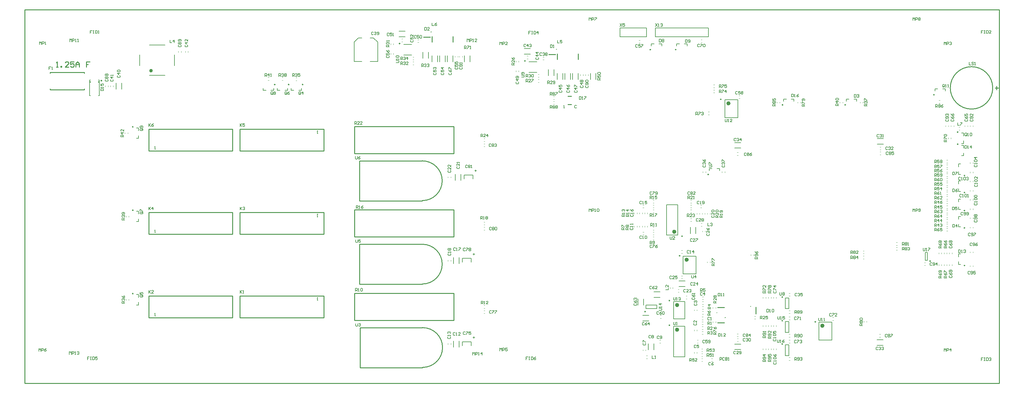
<source format=gto>
G04 Layer_Color=65535*
%FSLAX43Y43*%
%MOMM*%
G71*
G01*
G75*
%ADD34C,0.500*%
%ADD35C,0.250*%
%ADD38C,0.150*%
%ADD39C,0.200*%
%ADD41C,0.300*%
%ADD43C,0.254*%
%ADD80C,0.600*%
%ADD81C,0.100*%
D34*
X36500Y89950D02*
G03*
X36500Y89950I-250J0D01*
G01*
D35*
X260225Y35150D02*
G03*
X260225Y35150I-125J0D01*
G01*
X227250Y17675D02*
G03*
X227250Y17675I-125J0D01*
G01*
X217750Y11300D02*
G03*
X217750Y11300I-125J0D01*
G01*
X261325Y83025D02*
G03*
X261325Y83025I-125J0D01*
G01*
X208550Y22100D02*
G03*
X208550Y22100I-50J0D01*
G01*
X200075Y81725D02*
G03*
X200075Y81725I-125J0D01*
G01*
X185300Y16685D02*
G03*
X185300Y16685I-125J0D01*
G01*
X185300Y23780D02*
G03*
X185300Y23780I-125J0D01*
G01*
X143800Y92775D02*
G03*
X143800Y92775I-125J0D01*
G01*
X268150Y68800D02*
G03*
X268150Y68800I-125J0D01*
G01*
X178325Y20625D02*
G03*
X178325Y20625I-125J0D01*
G01*
X201250Y18900D02*
G03*
X201250Y18900I-50J0D01*
G01*
X198850Y20300D02*
G03*
X198850Y20300I-50J0D01*
G01*
X107800Y97775D02*
G03*
X107800Y97775I-125J0D01*
G01*
X217750Y24800D02*
G03*
X217750Y24800I-125J0D01*
G01*
X196455Y60095D02*
G03*
X196455Y60095I-125J0D01*
G01*
X188250Y36675D02*
G03*
X188250Y36675I-125J0D01*
G01*
X188950Y42315D02*
G03*
X188950Y42315I-125J0D01*
G01*
X31150Y73800D02*
G03*
X31150Y73800I-125J0D01*
G01*
X71925Y85975D02*
G03*
X71925Y85975I-125J0D01*
G01*
X31150Y49800D02*
G03*
X31150Y49800I-125J0D01*
G01*
X75925Y85975D02*
G03*
X75925Y85975I-125J0D01*
G01*
X31150Y25800D02*
G03*
X31150Y25800I-125J0D01*
G01*
X79925Y85975D02*
G03*
X79925Y85975I-125J0D01*
G01*
X187125Y96025D02*
G03*
X187125Y96025I-125J0D01*
G01*
X179825D02*
G03*
X179825Y96025I-125J0D01*
G01*
X270100Y59800D02*
G03*
X270100Y59800I-125J0D01*
G01*
Y54900D02*
G03*
X270100Y54900I-125J0D01*
G01*
Y49700D02*
G03*
X270100Y49700I-125J0D01*
G01*
Y44700D02*
G03*
X270100Y44700I-125J0D01*
G01*
X235825Y80125D02*
G03*
X235825Y80125I-125J0D01*
G01*
X116750Y101100D02*
G03*
X116750Y101100I-50J0D01*
G01*
X152750Y96100D02*
G03*
X152750Y96100I-50J0D01*
G01*
X270100Y33900D02*
G03*
X270100Y33900I-125J0D01*
G01*
X268150Y72300D02*
G03*
X268150Y72300I-125J0D01*
G01*
X217825Y80125D02*
G03*
X217825Y80125I-125J0D01*
G01*
X217750Y18000D02*
G03*
X217750Y18000I-125J0D01*
G01*
X210000Y19925D02*
Y21875D01*
X279250Y84500D02*
Y85500D01*
X278750Y85000D02*
X279750D01*
X156000Y80200D02*
X157000D01*
X156000Y82600D02*
X157000D01*
X199025Y17400D02*
X200975D01*
X199025Y21800D02*
X200975D01*
X114525Y99600D02*
X116475D01*
X150525Y94600D02*
X152475D01*
D38*
X41700Y98800D02*
Y98000D01*
X42233D01*
X42900D02*
Y98800D01*
X42500Y98400D01*
X43033D01*
X258100Y38900D02*
Y38233D01*
X258233Y38100D01*
X258500D01*
X258633Y38233D01*
Y38900D01*
X258900Y38100D02*
X259166D01*
X259033D01*
Y38900D01*
X258900Y38766D01*
X259566Y38900D02*
X260099D01*
Y38766D01*
X259566Y38233D01*
Y38100D01*
X228100Y18800D02*
Y18133D01*
X228233Y18000D01*
X228500D01*
X228633Y18133D01*
Y18800D01*
X228900Y18000D02*
X229166D01*
X229033D01*
Y18800D01*
X228900Y18666D01*
X229566Y18000D02*
X229833D01*
X229699D01*
Y18800D01*
X229566Y18666D01*
X153021Y98709D02*
Y97910D01*
X153554D01*
X154354Y98709D02*
X153821D01*
Y98309D01*
X154087Y98443D01*
X154221D01*
X154354Y98309D01*
Y98043D01*
X154221Y97910D01*
X153954D01*
X153821Y98043D01*
X216200Y12500D02*
Y11833D01*
X216333Y11700D01*
X216600D01*
X216733Y11833D01*
Y12500D01*
X217000Y11700D02*
X217266D01*
X217133D01*
Y12500D01*
X217000Y12366D01*
X218199Y12500D02*
X217933Y12366D01*
X217666Y12100D01*
Y11833D01*
X217799Y11700D01*
X218066D01*
X218199Y11833D01*
Y11967D01*
X218066Y12100D01*
X217666D01*
X264233Y85333D02*
Y85866D01*
X264100Y86000D01*
X263833D01*
X263700Y85866D01*
Y85333D01*
X263833Y85200D01*
X264100D01*
X263967Y85467D02*
X264233Y85200D01*
X264100D02*
X264233Y85333D01*
X264500Y85200D02*
X264766D01*
X264633D01*
Y86000D01*
X264500Y85866D01*
X265166Y85200D02*
X265433D01*
X265299D01*
Y86000D01*
X265166Y85866D01*
X213200Y21300D02*
Y20500D01*
X213600D01*
X213733Y20633D01*
Y21166D01*
X213600Y21300D01*
X213200D01*
X214000Y20500D02*
X214266D01*
X214133D01*
Y21300D01*
X214000Y21166D01*
X214666D02*
X214799Y21300D01*
X215066D01*
X215199Y21166D01*
Y20633D01*
X215066Y20500D01*
X214799D01*
X214666Y20633D01*
Y21166D01*
X21800Y84200D02*
X22600D01*
Y84600D01*
X22467Y84733D01*
X21934D01*
X21800Y84600D01*
Y84200D01*
X22600Y85000D02*
Y85266D01*
Y85133D01*
X21800D01*
X21934Y85000D01*
X21800Y86199D02*
Y85666D01*
X22200D01*
X22067Y85933D01*
Y86066D01*
X22200Y86199D01*
X22467D01*
X22600Y86066D01*
Y85799D01*
X22467Y85666D01*
X214400Y6200D02*
X213600D01*
Y6600D01*
X213734Y6733D01*
X214000D01*
X214133Y6600D01*
Y6200D01*
Y6467D02*
X214400Y6733D01*
X214267Y7000D02*
X214400Y7133D01*
Y7400D01*
X214267Y7533D01*
X213734D01*
X213600Y7400D01*
Y7133D01*
X213734Y7000D01*
X213867D01*
X214000Y7133D01*
Y7533D01*
X213600Y8333D02*
Y7799D01*
X214000D01*
X213867Y8066D01*
Y8199D01*
X214000Y8333D01*
X214267D01*
X214400Y8199D01*
Y7933D01*
X214267Y7799D01*
X201200Y76000D02*
Y75333D01*
X201333Y75200D01*
X201600D01*
X201733Y75333D01*
Y76000D01*
X202000Y75200D02*
X202266D01*
X202133D01*
Y76000D01*
X202000Y75866D01*
X203199Y75200D02*
X202666D01*
X203199Y75733D01*
Y75866D01*
X203066Y76000D01*
X202799D01*
X202666Y75866D01*
X7479Y91073D02*
X6946D01*
Y90673D01*
X7213D01*
X6946D01*
Y90274D01*
X7746D02*
X8013D01*
X7879D01*
Y91073D01*
X7746Y90940D01*
X95000Y26500D02*
Y27300D01*
X95400D01*
X95533Y27166D01*
Y26900D01*
X95400Y26767D01*
X95000D01*
X95267D02*
X95533Y26500D01*
X95800D02*
X96066D01*
X95933D01*
Y27300D01*
X95800Y27166D01*
X96466D02*
X96599Y27300D01*
X96866D01*
X96999Y27166D01*
Y26633D01*
X96866Y26500D01*
X96599D01*
X96466Y26633D01*
Y27166D01*
X268000Y75000D02*
Y74200D01*
X268533D01*
X268800Y75000D02*
X269333D01*
Y74866D01*
X268800Y74333D01*
Y74200D01*
X100133Y100966D02*
X100000Y101100D01*
X99733D01*
X99600Y100966D01*
Y100433D01*
X99733Y100300D01*
X100000D01*
X100133Y100433D01*
X100400Y100966D02*
X100533Y101100D01*
X100800D01*
X100933Y100966D01*
Y100833D01*
X100800Y100700D01*
X100666D01*
X100800D01*
X100933Y100567D01*
Y100433D01*
X100800Y100300D01*
X100533D01*
X100400Y100433D01*
X101199D02*
X101333Y100300D01*
X101599D01*
X101733Y100433D01*
Y100966D01*
X101599Y101100D01*
X101333D01*
X101199Y100966D01*
Y100833D01*
X101333Y100700D01*
X101733D01*
X171000Y103500D02*
X171533Y102700D01*
Y103500D02*
X171000Y102700D01*
X172333Y103500D02*
X171800D01*
Y103100D01*
X172066Y103233D01*
X172200D01*
X172333Y103100D01*
Y102833D01*
X172200Y102700D01*
X171933D01*
X171800Y102833D01*
X19333Y101500D02*
X18800D01*
Y101100D01*
X19067D01*
X18800D01*
Y100700D01*
X19600Y101500D02*
X19866D01*
X19733D01*
Y100700D01*
X19600D01*
X19866D01*
X20266Y101500D02*
Y100700D01*
X20666D01*
X20799Y100833D01*
Y101366D01*
X20666Y101500D01*
X20266D01*
X21066Y100700D02*
X21333D01*
X21199D01*
Y101500D01*
X21066Y101366D01*
X186400Y17600D02*
Y16933D01*
X186533Y16800D01*
X186800D01*
X186933Y16933D01*
Y17600D01*
X187200Y16800D02*
X187466D01*
X187333D01*
Y17600D01*
X187200Y17466D01*
X186400Y24700D02*
Y24033D01*
X186533Y23900D01*
X186800D01*
X186933Y24033D01*
Y24700D01*
X187200Y23900D02*
X187466D01*
X187333D01*
Y24700D01*
X187200Y24566D01*
X187866D02*
X187999Y24700D01*
X188266D01*
X188399Y24566D01*
Y24433D01*
X188266Y24300D01*
X188133D01*
X188266D01*
X188399Y24167D01*
Y24033D01*
X188266Y23900D01*
X187999D01*
X187866Y24033D01*
X127133Y62666D02*
X127000Y62800D01*
X126733D01*
X126600Y62666D01*
Y62133D01*
X126733Y62000D01*
X127000D01*
X127133Y62133D01*
X127400Y62666D02*
X127533Y62800D01*
X127800D01*
X127933Y62666D01*
Y62533D01*
X127800Y62400D01*
X127933Y62267D01*
Y62133D01*
X127800Y62000D01*
X127533D01*
X127400Y62133D01*
Y62267D01*
X127533Y62400D01*
X127400Y62533D01*
Y62666D01*
X127533Y62400D02*
X127800D01*
X128199Y62000D02*
X128466D01*
X128333D01*
Y62800D01*
X128199Y62666D01*
X179833Y13666D02*
X179700Y13800D01*
X179433D01*
X179300Y13666D01*
Y13133D01*
X179433Y13000D01*
X179700D01*
X179833Y13133D01*
X180100Y13666D02*
X180233Y13800D01*
X180500D01*
X180633Y13666D01*
Y13533D01*
X180500Y13400D01*
X180633Y13267D01*
Y13133D01*
X180500Y13000D01*
X180233D01*
X180100Y13133D01*
Y13267D01*
X180233Y13400D01*
X180100Y13533D01*
Y13666D01*
X180233Y13400D02*
X180500D01*
X215234Y6033D02*
X215100Y5900D01*
Y5633D01*
X215234Y5500D01*
X215767D01*
X215900Y5633D01*
Y5900D01*
X215767Y6033D01*
X215900Y6300D02*
Y6566D01*
Y6433D01*
X215100D01*
X215234Y6300D01*
Y6966D02*
X215100Y7099D01*
Y7366D01*
X215234Y7499D01*
X215767D01*
X215900Y7366D01*
Y7099D01*
X215767Y6966D01*
X215234D01*
X215100Y8299D02*
X215234Y8033D01*
X215500Y7766D01*
X215767D01*
X215900Y7899D01*
Y8166D01*
X215767Y8299D01*
X215633D01*
X215500Y8166D01*
Y7766D01*
X271300Y92400D02*
Y91600D01*
X271833D01*
X272633Y92266D02*
X272500Y92400D01*
X272233D01*
X272100Y92266D01*
Y92133D01*
X272233Y92000D01*
X272500D01*
X272633Y91867D01*
Y91733D01*
X272500Y91600D01*
X272233D01*
X272100Y91733D01*
X272899Y91600D02*
X273166D01*
X273033D01*
Y92400D01*
X272899Y92266D01*
X159300Y82500D02*
Y81700D01*
X159700D01*
X159833Y81833D01*
Y82366D01*
X159700Y82500D01*
X159300D01*
X160100Y81700D02*
X160366D01*
X160233D01*
Y82500D01*
X160100Y82366D01*
X160766Y82500D02*
X161299D01*
Y82366D01*
X160766Y81833D01*
Y81700D01*
X158533Y79866D02*
X158400Y80000D01*
X158133D01*
X158000Y79866D01*
Y79333D01*
X158133Y79200D01*
X158400D01*
X158533Y79333D01*
X154800Y79200D02*
X155067D01*
X154933D01*
Y80000D01*
X154800Y79866D01*
X95100Y17200D02*
Y16533D01*
X95233Y16400D01*
X95500D01*
X95633Y16533D01*
Y17200D01*
X95900Y17066D02*
X96033Y17200D01*
X96300D01*
X96433Y17066D01*
Y16933D01*
X96300Y16800D01*
X96166D01*
X96300D01*
X96433Y16667D01*
Y16533D01*
X96300Y16400D01*
X96033D01*
X95900Y16533D01*
X4000Y9200D02*
Y10000D01*
X4267Y9733D01*
X4533Y10000D01*
Y9200D01*
X4800D02*
Y10000D01*
X5200D01*
X5333Y9866D01*
Y9600D01*
X5200Y9467D01*
X4800D01*
X6133Y10000D02*
X5866Y9866D01*
X5599Y9600D01*
Y9333D01*
X5733Y9200D01*
X5999D01*
X6133Y9333D01*
Y9467D01*
X5999Y9600D01*
X5599D01*
X12900Y98300D02*
Y99100D01*
X13167Y98833D01*
X13433Y99100D01*
Y98300D01*
X13700D02*
Y99100D01*
X14100D01*
X14233Y98966D01*
Y98700D01*
X14100Y98567D01*
X13700D01*
X14499Y98300D02*
X14766D01*
X14633D01*
Y99100D01*
X14499Y98966D01*
X15166Y98300D02*
X15433D01*
X15299D01*
Y99100D01*
X15166Y98966D01*
X162157Y49421D02*
Y50221D01*
X162424Y49954D01*
X162690Y50221D01*
Y49421D01*
X162957D02*
Y50221D01*
X163357D01*
X163490Y50087D01*
Y49821D01*
X163357Y49688D01*
X162957D01*
X163756Y49421D02*
X164023D01*
X163890D01*
Y50221D01*
X163756Y50087D01*
X164423D02*
X164556Y50221D01*
X164823D01*
X164956Y50087D01*
Y49554D01*
X164823Y49421D01*
X164556D01*
X164423Y49554D01*
Y50087D01*
X150200Y86200D02*
Y87000D01*
X150600D01*
X150733Y86866D01*
Y86600D01*
X150600Y86467D01*
X150200D01*
X150467D02*
X150733Y86200D01*
X151533D02*
X151000D01*
X151533Y86733D01*
Y86866D01*
X151400Y87000D01*
X151133D01*
X151000Y86866D01*
X151799Y86333D02*
X151933Y86200D01*
X152199D01*
X152333Y86333D01*
Y86866D01*
X152199Y87000D01*
X151933D01*
X151799Y86866D01*
Y86733D01*
X151933Y86600D01*
X152333D01*
X142700Y88100D02*
X143367D01*
X143500Y88233D01*
Y88500D01*
X143367Y88633D01*
X142700D01*
X143367Y88900D02*
X143500Y89033D01*
Y89300D01*
X143367Y89433D01*
X142834D01*
X142700Y89300D01*
Y89033D01*
X142834Y88900D01*
X142967D01*
X143100Y89033D01*
Y89433D01*
X61835Y26700D02*
Y25901D01*
Y26167D01*
X62368Y26700D01*
X61968Y26300D01*
X62368Y25901D01*
X62635D02*
X62901D01*
X62768D01*
Y26700D01*
X62635Y26567D01*
X84200Y24625D02*
X83933D01*
X84067D01*
Y23825D01*
X84200Y23959D01*
X128700Y8100D02*
Y8900D01*
X128967Y8633D01*
X129233Y8900D01*
Y8100D01*
X129500D02*
Y8900D01*
X129900D01*
X130033Y8766D01*
Y8500D01*
X129900Y8367D01*
X129500D01*
X130299Y8100D02*
X130566D01*
X130433D01*
Y8900D01*
X130299Y8766D01*
X131366Y8100D02*
Y8900D01*
X130966Y8500D01*
X131499D01*
X12800Y8300D02*
Y9100D01*
X13067Y8833D01*
X13333Y9100D01*
Y8300D01*
X13600D02*
Y9100D01*
X14000D01*
X14133Y8966D01*
Y8700D01*
X14000Y8567D01*
X13600D01*
X14399Y8300D02*
X14666D01*
X14533D01*
Y9100D01*
X14399Y8966D01*
X15066D02*
X15199Y9100D01*
X15466D01*
X15599Y8966D01*
Y8833D01*
X15466Y8700D01*
X15333D01*
X15466D01*
X15599Y8567D01*
Y8433D01*
X15466Y8300D01*
X15199D01*
X15066Y8433D01*
X127100Y98300D02*
Y99100D01*
X127367Y98833D01*
X127633Y99100D01*
Y98300D01*
X127900D02*
Y99100D01*
X128300D01*
X128433Y98966D01*
Y98700D01*
X128300Y98567D01*
X127900D01*
X128699Y98300D02*
X128966D01*
X128833D01*
Y99100D01*
X128699Y98966D01*
X129899Y98300D02*
X129366D01*
X129899Y98833D01*
Y98966D01*
X129766Y99100D01*
X129499D01*
X129366Y98966D01*
X210600Y35800D02*
X209800D01*
Y36200D01*
X209934Y36333D01*
X210200D01*
X210333Y36200D01*
Y35800D01*
Y36067D02*
X210600Y36333D01*
X210467Y36600D02*
X210600Y36733D01*
Y37000D01*
X210467Y37133D01*
X209934D01*
X209800Y37000D01*
Y36733D01*
X209934Y36600D01*
X210067D01*
X210200Y36733D01*
Y37133D01*
X209800Y37933D02*
X209934Y37666D01*
X210200Y37399D01*
X210467D01*
X210600Y37533D01*
Y37799D01*
X210467Y37933D01*
X210333D01*
X210200Y37799D01*
Y37399D01*
X126307Y96253D02*
Y97052D01*
X126707D01*
X126840Y96919D01*
Y96652D01*
X126707Y96519D01*
X126307D01*
X126573D02*
X126840Y96253D01*
X127107Y97052D02*
X127640D01*
Y96919D01*
X127107Y96386D01*
Y96253D01*
X127906D02*
X128173D01*
X128040D01*
Y97052D01*
X127906Y96919D01*
X165400Y87300D02*
X164600D01*
Y87700D01*
X164734Y87833D01*
X165000D01*
X165133Y87700D01*
Y87300D01*
Y87567D02*
X165400Y87833D01*
X164600Y88633D02*
Y88100D01*
X165000D01*
X164867Y88366D01*
Y88500D01*
X165000Y88633D01*
X165267D01*
X165400Y88500D01*
Y88233D01*
X165267Y88100D01*
X164734Y88899D02*
X164600Y89033D01*
Y89299D01*
X164734Y89433D01*
X165267D01*
X165400Y89299D01*
Y89033D01*
X165267Y88899D01*
X164734D01*
X181200Y103500D02*
X181733Y102700D01*
Y103500D02*
X181200Y102700D01*
X182000D02*
X182266D01*
X182133D01*
Y103500D01*
X182000Y103366D01*
X182666D02*
X182799Y103500D01*
X183066D01*
X183199Y103366D01*
Y103233D01*
X183066Y103100D01*
X182933D01*
X183066D01*
X183199Y102967D01*
Y102833D01*
X183066Y102700D01*
X182799D01*
X182666Y102833D01*
X193833Y97466D02*
X193700Y97600D01*
X193433D01*
X193300Y97466D01*
Y96933D01*
X193433Y96800D01*
X193700D01*
X193833Y96933D01*
X194100Y97600D02*
X194633D01*
Y97466D01*
X194100Y96933D01*
Y96800D01*
X194899Y97466D02*
X195033Y97600D01*
X195299D01*
X195433Y97466D01*
Y96933D01*
X195299Y96800D01*
X195033D01*
X194899Y96933D01*
Y97466D01*
X240700Y16600D02*
X239900D01*
Y17000D01*
X240034Y17133D01*
X240300D01*
X240433Y17000D01*
Y16600D01*
Y16867D02*
X240700Y17133D01*
X240034Y17400D02*
X239900Y17533D01*
Y17800D01*
X240034Y17933D01*
X240167D01*
X240300Y17800D01*
X240433Y17933D01*
X240567D01*
X240700Y17800D01*
Y17533D01*
X240567Y17400D01*
X240433D01*
X240300Y17533D01*
X240167Y17400D01*
X240034D01*
X240300Y17533D02*
Y17800D01*
X240034Y18199D02*
X239900Y18333D01*
Y18599D01*
X240034Y18733D01*
X240567D01*
X240700Y18599D01*
Y18333D01*
X240567Y18199D01*
X240034D01*
X224100Y79700D02*
X223300D01*
Y80100D01*
X223434Y80233D01*
X223700D01*
X223833Y80100D01*
Y79700D01*
Y79967D02*
X224100Y80233D01*
X223300Y80500D02*
Y81033D01*
X223434D01*
X223967Y80500D01*
X224100D01*
X223967Y81299D02*
X224100Y81433D01*
Y81699D01*
X223967Y81833D01*
X223434D01*
X223300Y81699D01*
Y81433D01*
X223434Y81299D01*
X223567D01*
X223700Y81433D01*
Y81833D01*
X214400Y26000D02*
X213600D01*
Y26400D01*
X213734Y26533D01*
X214000D01*
X214133Y26400D01*
Y26000D01*
Y26267D02*
X214400Y26533D01*
X213600Y26800D02*
Y27333D01*
X213734D01*
X214267Y26800D01*
X214400D01*
X213734Y27599D02*
X213600Y27733D01*
Y27999D01*
X213734Y28133D01*
X213867D01*
X214000Y27999D01*
X214133Y28133D01*
X214267D01*
X214400Y27999D01*
Y27733D01*
X214267Y27599D01*
X214133D01*
X214000Y27733D01*
X213867Y27599D01*
X213734D01*
X214000Y27733D02*
Y27999D01*
X198200Y33800D02*
X197400D01*
Y34200D01*
X197534Y34333D01*
X197800D01*
X197933Y34200D01*
Y33800D01*
Y34067D02*
X198200Y34333D01*
X197400Y34600D02*
Y35133D01*
X197534D01*
X198067Y34600D01*
X198200D01*
X197400Y35399D02*
Y35933D01*
X197534D01*
X198067Y35399D01*
X198200D01*
X198700Y14000D02*
X197900D01*
Y14400D01*
X198034Y14533D01*
X198300D01*
X198433Y14400D01*
Y14000D01*
Y14267D02*
X198700Y14533D01*
X197900Y14800D02*
Y15333D01*
X198034D01*
X198567Y14800D01*
X198700D01*
X197900Y16133D02*
X198034Y15866D01*
X198300Y15599D01*
X198567D01*
X198700Y15733D01*
Y15999D01*
X198567Y16133D01*
X198433D01*
X198300Y15999D01*
Y15599D01*
X198700Y23100D02*
X197900D01*
Y23500D01*
X198034Y23633D01*
X198300D01*
X198433Y23500D01*
Y23100D01*
Y23367D02*
X198700Y23633D01*
Y24433D02*
Y23900D01*
X198167Y24433D01*
X198034D01*
X197900Y24300D01*
Y24033D01*
X198034Y23900D01*
Y24699D02*
X197900Y24833D01*
Y25099D01*
X198034Y25233D01*
X198167D01*
X198300Y25099D01*
X198433Y25233D01*
X198567D01*
X198700Y25099D01*
Y24833D01*
X198567Y24699D01*
X198433D01*
X198300Y24833D01*
X198167Y24699D01*
X198034D01*
X198300Y24833D02*
Y25099D01*
X211300Y18500D02*
Y19300D01*
X211700D01*
X211833Y19166D01*
Y18900D01*
X211700Y18767D01*
X211300D01*
X211567D02*
X211833Y18500D01*
X212633D02*
X212100D01*
X212633Y19033D01*
Y19166D01*
X212500Y19300D01*
X212233D01*
X212100Y19166D01*
X213433Y19300D02*
X212899D01*
Y18900D01*
X213166Y19033D01*
X213299D01*
X213433Y18900D01*
Y18633D01*
X213299Y18500D01*
X213033D01*
X212899Y18633D01*
X144559Y7588D02*
X144025D01*
Y7188D01*
X144292D01*
X144025D01*
Y6788D01*
X144825Y7588D02*
X145092D01*
X144958D01*
Y6788D01*
X144825D01*
X145092D01*
X145492Y7588D02*
Y6788D01*
X145891D01*
X146025Y6921D01*
Y7454D01*
X145891Y7588D01*
X145492D01*
X146824D02*
X146558Y7454D01*
X146291Y7188D01*
Y6921D01*
X146425Y6788D01*
X146691D01*
X146824Y6921D01*
Y7054D01*
X146691Y7188D01*
X146291D01*
X18552Y7574D02*
X18019D01*
Y7174D01*
X18286D01*
X18019D01*
Y6774D01*
X18819Y7574D02*
X19085D01*
X18952D01*
Y6774D01*
X18819D01*
X19085D01*
X19485Y7574D02*
Y6774D01*
X19885D01*
X20018Y6908D01*
Y7441D01*
X19885Y7574D01*
X19485D01*
X20818D02*
X20285D01*
Y7174D01*
X20552Y7308D01*
X20685D01*
X20818Y7174D01*
Y6908D01*
X20685Y6774D01*
X20418D01*
X20285Y6908D01*
X145333Y101300D02*
X144800D01*
Y100900D01*
X145067D01*
X144800D01*
Y100500D01*
X145600Y101300D02*
X145866D01*
X145733D01*
Y100500D01*
X145600D01*
X145866D01*
X146266Y101300D02*
Y100500D01*
X146666D01*
X146799Y100633D01*
Y101166D01*
X146666Y101300D01*
X146266D01*
X147466Y100500D02*
Y101300D01*
X147066Y100900D01*
X147599D01*
X270100Y68400D02*
Y67600D01*
X270500D01*
X270633Y67733D01*
Y68266D01*
X270500Y68400D01*
X270100D01*
X270900Y67600D02*
X271166D01*
X271033D01*
Y68400D01*
X270900Y68266D01*
X271966Y67600D02*
Y68400D01*
X271566Y68000D01*
X272099D01*
X265734Y30933D02*
X265600Y30800D01*
Y30533D01*
X265734Y30400D01*
X266267D01*
X266400Y30533D01*
Y30800D01*
X266267Y30933D01*
X265600Y31733D02*
X265734Y31466D01*
X266000Y31200D01*
X266267D01*
X266400Y31333D01*
Y31600D01*
X266267Y31733D01*
X266133D01*
X266000Y31600D01*
Y31200D01*
X266267Y31999D02*
X266400Y32133D01*
Y32399D01*
X266267Y32533D01*
X265734D01*
X265600Y32399D01*
Y32133D01*
X265734Y31999D01*
X265867D01*
X266000Y32133D01*
Y32533D01*
X265734Y39433D02*
X265600Y39300D01*
Y39033D01*
X265734Y38900D01*
X266267D01*
X266400Y39033D01*
Y39300D01*
X266267Y39433D01*
X265600Y40233D02*
X265734Y39966D01*
X266000Y39700D01*
X266267D01*
X266400Y39833D01*
Y40100D01*
X266267Y40233D01*
X266133D01*
X266000Y40100D01*
Y39700D01*
X265734Y40499D02*
X265600Y40633D01*
Y40899D01*
X265734Y41033D01*
X265867D01*
X266000Y40899D01*
X266133Y41033D01*
X266267D01*
X266400Y40899D01*
Y40633D01*
X266267Y40499D01*
X266133D01*
X266000Y40633D01*
X265867Y40499D01*
X265734D01*
X266000Y40633D02*
Y40899D01*
X121934Y89333D02*
X121800Y89200D01*
Y88933D01*
X121934Y88800D01*
X122467D01*
X122600Y88933D01*
Y89200D01*
X122467Y89333D01*
X121800Y90133D02*
X121934Y89866D01*
X122200Y89600D01*
X122467D01*
X122600Y89733D01*
Y90000D01*
X122467Y90133D01*
X122333D01*
X122200Y90000D01*
Y89600D01*
X121800Y90399D02*
Y90933D01*
X121934D01*
X122467Y90399D01*
X122600D01*
X261400Y43800D02*
Y44600D01*
X261800D01*
X261933Y44466D01*
Y44200D01*
X261800Y44067D01*
X261400D01*
X261667D02*
X261933Y43800D01*
X262733Y44600D02*
X262466Y44466D01*
X262200Y44200D01*
Y43933D01*
X262333Y43800D01*
X262600D01*
X262733Y43933D01*
Y44067D01*
X262600Y44200D01*
X262200D01*
X263533Y44600D02*
X262999D01*
Y44200D01*
X263266Y44333D01*
X263399D01*
X263533Y44200D01*
Y43933D01*
X263399Y43800D01*
X263133D01*
X262999Y43933D01*
X261400Y47700D02*
Y48500D01*
X261800D01*
X261933Y48366D01*
Y48100D01*
X261800Y47967D01*
X261400D01*
X261667D02*
X261933Y47700D01*
X262733Y48500D02*
X262466Y48366D01*
X262200Y48100D01*
Y47833D01*
X262333Y47700D01*
X262600D01*
X262733Y47833D01*
Y47967D01*
X262600Y48100D01*
X262200D01*
X263399Y47700D02*
Y48500D01*
X262999Y48100D01*
X263533D01*
X261400Y49000D02*
Y49800D01*
X261800D01*
X261933Y49666D01*
Y49400D01*
X261800Y49267D01*
X261400D01*
X261667D02*
X261933Y49000D01*
X262733Y49800D02*
X262466Y49666D01*
X262200Y49400D01*
Y49133D01*
X262333Y49000D01*
X262600D01*
X262733Y49133D01*
Y49267D01*
X262600Y49400D01*
X262200D01*
X262999Y49666D02*
X263133Y49800D01*
X263399D01*
X263533Y49666D01*
Y49533D01*
X263399Y49400D01*
X263266D01*
X263399D01*
X263533Y49267D01*
Y49133D01*
X263399Y49000D01*
X263133D01*
X262999Y49133D01*
X261400Y53000D02*
Y53800D01*
X261800D01*
X261933Y53666D01*
Y53400D01*
X261800Y53267D01*
X261400D01*
X261667D02*
X261933Y53000D01*
X262733Y53800D02*
X262466Y53666D01*
X262200Y53400D01*
Y53133D01*
X262333Y53000D01*
X262600D01*
X262733Y53133D01*
Y53267D01*
X262600Y53400D01*
X262200D01*
X263533Y53000D02*
X262999D01*
X263533Y53533D01*
Y53666D01*
X263399Y53800D01*
X263133D01*
X262999Y53666D01*
X261400Y54300D02*
Y55100D01*
X261800D01*
X261933Y54966D01*
Y54700D01*
X261800Y54567D01*
X261400D01*
X261667D02*
X261933Y54300D01*
X262733Y55100D02*
X262466Y54966D01*
X262200Y54700D01*
Y54433D01*
X262333Y54300D01*
X262600D01*
X262733Y54433D01*
Y54567D01*
X262600Y54700D01*
X262200D01*
X262999Y54300D02*
X263266D01*
X263133D01*
Y55100D01*
X262999Y54966D01*
X261400Y58200D02*
Y59000D01*
X261800D01*
X261933Y58866D01*
Y58600D01*
X261800Y58467D01*
X261400D01*
X261667D02*
X261933Y58200D01*
X262733Y59000D02*
X262466Y58866D01*
X262200Y58600D01*
Y58333D01*
X262333Y58200D01*
X262600D01*
X262733Y58333D01*
Y58467D01*
X262600Y58600D01*
X262200D01*
X262999Y58866D02*
X263133Y59000D01*
X263399D01*
X263533Y58866D01*
Y58333D01*
X263399Y58200D01*
X263133D01*
X262999Y58333D01*
Y58866D01*
X261400Y59500D02*
Y60300D01*
X261800D01*
X261933Y60166D01*
Y59900D01*
X261800Y59767D01*
X261400D01*
X261667D02*
X261933Y59500D01*
X262733Y60300D02*
X262200D01*
Y59900D01*
X262466Y60033D01*
X262600D01*
X262733Y59900D01*
Y59633D01*
X262600Y59500D01*
X262333D01*
X262200Y59633D01*
X262999D02*
X263133Y59500D01*
X263399D01*
X263533Y59633D01*
Y60166D01*
X263399Y60300D01*
X263133D01*
X262999Y60166D01*
Y60033D01*
X263133Y59900D01*
X263533D01*
X261400Y63400D02*
Y64200D01*
X261800D01*
X261933Y64066D01*
Y63800D01*
X261800Y63667D01*
X261400D01*
X261667D02*
X261933Y63400D01*
X262733Y64200D02*
X262200D01*
Y63800D01*
X262466Y63933D01*
X262600D01*
X262733Y63800D01*
Y63533D01*
X262600Y63400D01*
X262333D01*
X262200Y63533D01*
X262999Y64066D02*
X263133Y64200D01*
X263399D01*
X263533Y64066D01*
Y63933D01*
X263399Y63800D01*
X263533Y63667D01*
Y63533D01*
X263399Y63400D01*
X263133D01*
X262999Y63533D01*
Y63667D01*
X263133Y63800D01*
X262999Y63933D01*
Y64066D01*
X263133Y63800D02*
X263399D01*
X261400Y62000D02*
Y62800D01*
X261800D01*
X261933Y62666D01*
Y62400D01*
X261800Y62267D01*
X261400D01*
X261667D02*
X261933Y62000D01*
X262733Y62800D02*
X262200D01*
Y62400D01*
X262466Y62533D01*
X262600D01*
X262733Y62400D01*
Y62133D01*
X262600Y62000D01*
X262333D01*
X262200Y62133D01*
X262999Y62800D02*
X263533D01*
Y62666D01*
X262999Y62133D01*
Y62000D01*
X261400Y60800D02*
Y61600D01*
X261800D01*
X261933Y61466D01*
Y61200D01*
X261800Y61067D01*
X261400D01*
X261667D02*
X261933Y60800D01*
X262733Y61600D02*
X262200D01*
Y61200D01*
X262466Y61333D01*
X262600D01*
X262733Y61200D01*
Y60933D01*
X262600Y60800D01*
X262333D01*
X262200Y60933D01*
X263533Y61600D02*
X263266Y61466D01*
X262999Y61200D01*
Y60933D01*
X263133Y60800D01*
X263399D01*
X263533Y60933D01*
Y61067D01*
X263399Y61200D01*
X262999D01*
X261400Y56900D02*
Y57700D01*
X261800D01*
X261933Y57566D01*
Y57300D01*
X261800Y57167D01*
X261400D01*
X261667D02*
X261933Y56900D01*
X262733Y57700D02*
X262200D01*
Y57300D01*
X262466Y57433D01*
X262600D01*
X262733Y57300D01*
Y57033D01*
X262600Y56900D01*
X262333D01*
X262200Y57033D01*
X263533Y57700D02*
X262999D01*
Y57300D01*
X263266Y57433D01*
X263399D01*
X263533Y57300D01*
Y57033D01*
X263399Y56900D01*
X263133D01*
X262999Y57033D01*
X261400Y55600D02*
Y56400D01*
X261800D01*
X261933Y56266D01*
Y56000D01*
X261800Y55867D01*
X261400D01*
X261667D02*
X261933Y55600D01*
X262733Y56400D02*
X262200D01*
Y56000D01*
X262466Y56133D01*
X262600D01*
X262733Y56000D01*
Y55733D01*
X262600Y55600D01*
X262333D01*
X262200Y55733D01*
X263399Y55600D02*
Y56400D01*
X262999Y56000D01*
X263533D01*
X182200Y21000D02*
X182867D01*
X183000Y21133D01*
Y21400D01*
X182867Y21533D01*
X182200D01*
X183000Y21800D02*
Y22066D01*
Y21933D01*
X182200D01*
X182334Y21800D01*
X183000Y22866D02*
X182200D01*
X182600Y22466D01*
Y22999D01*
X196000Y9100D02*
Y9900D01*
X196400D01*
X196533Y9766D01*
Y9500D01*
X196400Y9367D01*
X196000D01*
X196267D02*
X196533Y9100D01*
X197333Y9900D02*
X196800D01*
Y9500D01*
X197066Y9633D01*
X197200D01*
X197333Y9500D01*
Y9233D01*
X197200Y9100D01*
X196933D01*
X196800Y9233D01*
X197599Y9766D02*
X197733Y9900D01*
X197999D01*
X198133Y9766D01*
Y9633D01*
X197999Y9500D01*
X197866D01*
X197999D01*
X198133Y9367D01*
Y9233D01*
X197999Y9100D01*
X197733D01*
X197599Y9233D01*
X191000Y6300D02*
Y7100D01*
X191400D01*
X191533Y6966D01*
Y6700D01*
X191400Y6567D01*
X191000D01*
X191267D02*
X191533Y6300D01*
X192333Y7100D02*
X191800D01*
Y6700D01*
X192066Y6833D01*
X192200D01*
X192333Y6700D01*
Y6433D01*
X192200Y6300D01*
X191933D01*
X191800Y6433D01*
X193133Y6300D02*
X192599D01*
X193133Y6833D01*
Y6966D01*
X192999Y7100D01*
X192733D01*
X192599Y6966D01*
X196000Y7700D02*
Y8500D01*
X196400D01*
X196533Y8366D01*
Y8100D01*
X196400Y7967D01*
X196000D01*
X196267D02*
X196533Y7700D01*
X197333Y8500D02*
X196800D01*
Y8100D01*
X197066Y8233D01*
X197200D01*
X197333Y8100D01*
Y7833D01*
X197200Y7700D01*
X196933D01*
X196800Y7833D01*
X197599Y7700D02*
X197866D01*
X197733D01*
Y8500D01*
X197599Y8366D01*
X199300Y14300D02*
Y13500D01*
X199700D01*
X199833Y13633D01*
Y14166D01*
X199700Y14300D01*
X199300D01*
X200100Y13500D02*
X200366D01*
X200233D01*
Y14300D01*
X200100Y14166D01*
X201299Y13500D02*
X200766D01*
X201299Y14033D01*
Y14166D01*
X201166Y14300D01*
X200899D01*
X200766Y14166D01*
X199200Y25900D02*
Y25100D01*
X199600D01*
X199733Y25233D01*
Y25766D01*
X199600Y25900D01*
X199200D01*
X200000Y25100D02*
X200266D01*
X200133D01*
Y25900D01*
X200000Y25766D01*
X200666Y25100D02*
X200933D01*
X200799D01*
Y25900D01*
X200666Y25766D01*
X177933Y17366D02*
X177800Y17500D01*
X177533D01*
X177400Y17366D01*
Y16833D01*
X177533Y16700D01*
X177800D01*
X177933Y16833D01*
X178733Y17500D02*
X178466Y17366D01*
X178200Y17100D01*
Y16833D01*
X178333Y16700D01*
X178600D01*
X178733Y16833D01*
Y16967D01*
X178600Y17100D01*
X178200D01*
X179399Y16700D02*
Y17500D01*
X178999Y17100D01*
X179533D01*
X175134Y22933D02*
X175000Y22800D01*
Y22533D01*
X175134Y22400D01*
X175667D01*
X175800Y22533D01*
Y22800D01*
X175667Y22933D01*
X175000Y23733D02*
X175134Y23466D01*
X175400Y23200D01*
X175667D01*
X175800Y23333D01*
Y23600D01*
X175667Y23733D01*
X175533D01*
X175400Y23600D01*
Y23200D01*
X175134Y23999D02*
X175000Y24133D01*
Y24399D01*
X175134Y24533D01*
X175267D01*
X175400Y24399D01*
Y24266D01*
Y24399D01*
X175533Y24533D01*
X175667D01*
X175800Y24399D01*
Y24133D01*
X175667Y23999D01*
X180072Y27786D02*
X179938Y27920D01*
X179672D01*
X179539Y27786D01*
Y27253D01*
X179672Y27120D01*
X179938D01*
X180072Y27253D01*
X180872Y27920D02*
X180605Y27786D01*
X180338Y27520D01*
Y27253D01*
X180472Y27120D01*
X180738D01*
X180872Y27253D01*
Y27386D01*
X180738Y27520D01*
X180338D01*
X181671Y27120D02*
X181138D01*
X181671Y27653D01*
Y27786D01*
X181538Y27920D01*
X181271D01*
X181138Y27786D01*
X191834Y24633D02*
X191700Y24500D01*
Y24233D01*
X191834Y24100D01*
X192367D01*
X192500Y24233D01*
Y24500D01*
X192367Y24633D01*
X191700Y25433D02*
X191834Y25166D01*
X192100Y24900D01*
X192367D01*
X192500Y25033D01*
Y25300D01*
X192367Y25433D01*
X192233D01*
X192100Y25300D01*
Y24900D01*
X192500Y25699D02*
Y25966D01*
Y25833D01*
X191700D01*
X191834Y25699D01*
X182133Y20466D02*
X182000Y20600D01*
X181733D01*
X181600Y20466D01*
Y19933D01*
X181733Y19800D01*
X182000D01*
X182133Y19933D01*
X182933Y20600D02*
X182666Y20466D01*
X182400Y20200D01*
Y19933D01*
X182533Y19800D01*
X182800D01*
X182933Y19933D01*
Y20067D01*
X182800Y20200D01*
X182400D01*
X183199Y20466D02*
X183333Y20600D01*
X183599D01*
X183733Y20466D01*
Y19933D01*
X183599Y19800D01*
X183333D01*
X183199Y19933D01*
Y20466D01*
X195333Y12266D02*
X195200Y12400D01*
X194933D01*
X194800Y12266D01*
Y11733D01*
X194933Y11600D01*
X195200D01*
X195333Y11733D01*
X196133Y12400D02*
X195600D01*
Y12000D01*
X195866Y12133D01*
X196000D01*
X196133Y12000D01*
Y11733D01*
X196000Y11600D01*
X195733D01*
X195600Y11733D01*
X196399D02*
X196533Y11600D01*
X196799D01*
X196933Y11733D01*
Y12266D01*
X196799Y12400D01*
X196533D01*
X196399Y12266D01*
Y12133D01*
X196533Y12000D01*
X196933D01*
X106700Y92300D02*
X107367D01*
X107500Y92433D01*
Y92700D01*
X107367Y92833D01*
X106700D01*
X107500Y93100D02*
Y93366D01*
Y93233D01*
X106700D01*
X106834Y93100D01*
Y93766D02*
X106700Y93899D01*
Y94166D01*
X106834Y94299D01*
X107367D01*
X107500Y94166D01*
Y93899D01*
X107367Y93766D01*
X106834D01*
X216900Y26100D02*
Y25433D01*
X217033Y25300D01*
X217300D01*
X217433Y25433D01*
Y26100D01*
X217700Y25966D02*
X217833Y26100D01*
X218100D01*
X218233Y25966D01*
Y25833D01*
X218100Y25700D01*
X218233Y25567D01*
Y25433D01*
X218100Y25300D01*
X217833D01*
X217700Y25433D01*
Y25567D01*
X217833Y25700D01*
X217700Y25833D01*
Y25966D01*
X217833Y25700D02*
X218100D01*
X196600Y62200D02*
X197267D01*
X197400Y62333D01*
Y62600D01*
X197267Y62733D01*
X196600D01*
Y63000D02*
Y63533D01*
X196734D01*
X197267Y63000D01*
X197400D01*
X95000Y65300D02*
Y64633D01*
X95133Y64500D01*
X95400D01*
X95533Y64633D01*
Y65300D01*
X96333D02*
X96066Y65166D01*
X95800Y64900D01*
Y64633D01*
X95933Y64500D01*
X96200D01*
X96333Y64633D01*
Y64767D01*
X96200Y64900D01*
X95800D01*
X95100Y41300D02*
Y40633D01*
X95233Y40500D01*
X95500D01*
X95633Y40633D01*
Y41300D01*
X96433D02*
X95900D01*
Y40900D01*
X96166Y41033D01*
X96300D01*
X96433Y40900D01*
Y40633D01*
X96300Y40500D01*
X96033D01*
X95900Y40633D01*
X191600Y31050D02*
Y30383D01*
X191733Y30250D01*
X192000D01*
X192133Y30383D01*
Y31050D01*
X192800Y30250D02*
Y31050D01*
X192400Y30650D01*
X192933D01*
X185400Y42200D02*
Y41533D01*
X185533Y41400D01*
X185800D01*
X185933Y41533D01*
Y42200D01*
X186733Y41400D02*
X186200D01*
X186733Y41933D01*
Y42066D01*
X186600Y42200D01*
X186333D01*
X186200Y42066D01*
X261400Y51700D02*
Y52500D01*
X261800D01*
X261933Y52366D01*
Y52100D01*
X261800Y51967D01*
X261400D01*
X261667D02*
X261933Y51700D01*
X262600D02*
Y52500D01*
X262200Y52100D01*
X262733D01*
X263533Y52500D02*
X263266Y52366D01*
X262999Y52100D01*
Y51833D01*
X263133Y51700D01*
X263399D01*
X263533Y51833D01*
Y51967D01*
X263399Y52100D01*
X262999D01*
X261400Y50300D02*
Y51100D01*
X261800D01*
X261933Y50966D01*
Y50700D01*
X261800Y50567D01*
X261400D01*
X261667D02*
X261933Y50300D01*
X262600D02*
Y51100D01*
X262200Y50700D01*
X262733D01*
X263533Y51100D02*
X262999D01*
Y50700D01*
X263266Y50833D01*
X263399D01*
X263533Y50700D01*
Y50433D01*
X263399Y50300D01*
X263133D01*
X262999Y50433D01*
X261400Y46400D02*
Y47200D01*
X261800D01*
X261933Y47066D01*
Y46800D01*
X261800Y46667D01*
X261400D01*
X261667D02*
X261933Y46400D01*
X262600D02*
Y47200D01*
X262200Y46800D01*
X262733D01*
X263399Y46400D02*
Y47200D01*
X262999Y46800D01*
X263533D01*
X261400Y45100D02*
Y45900D01*
X261800D01*
X261933Y45766D01*
Y45500D01*
X261800Y45367D01*
X261400D01*
X261667D02*
X261933Y45100D01*
X262600D02*
Y45900D01*
X262200Y45500D01*
X262733D01*
X262999Y45766D02*
X263133Y45900D01*
X263399D01*
X263533Y45766D01*
Y45633D01*
X263399Y45500D01*
X263266D01*
X263399D01*
X263533Y45367D01*
Y45233D01*
X263399Y45100D01*
X263133D01*
X262999Y45233D01*
X28400Y70900D02*
X27600D01*
Y71300D01*
X27734Y71433D01*
X28000D01*
X28133Y71300D01*
Y70900D01*
Y71167D02*
X28400Y71433D01*
Y72100D02*
X27600D01*
X28000Y71700D01*
Y72233D01*
X28400Y73033D02*
Y72499D01*
X27867Y73033D01*
X27734D01*
X27600Y72899D01*
Y72633D01*
X27734Y72499D01*
X69000Y88300D02*
Y89100D01*
X69400D01*
X69533Y88966D01*
Y88700D01*
X69400Y88567D01*
X69000D01*
X69267D02*
X69533Y88300D01*
X70200D02*
Y89100D01*
X69800Y88700D01*
X70333D01*
X70599Y88300D02*
X70866D01*
X70733D01*
Y89100D01*
X70599Y88966D01*
X233800Y79900D02*
X233000D01*
Y80300D01*
X233134Y80433D01*
X233400D01*
X233534Y80300D01*
Y79900D01*
Y80167D02*
X233800Y80433D01*
Y81100D02*
X233000D01*
X233400Y80700D01*
Y81233D01*
X233134Y81499D02*
X233000Y81633D01*
Y81899D01*
X233134Y82033D01*
X233667D01*
X233800Y81899D01*
Y81633D01*
X233667Y81499D01*
X233134D01*
X28700Y47000D02*
X27900D01*
Y47400D01*
X28034Y47533D01*
X28300D01*
X28433Y47400D01*
Y47000D01*
Y47267D02*
X28700Y47533D01*
X28034Y47800D02*
X27900Y47933D01*
Y48200D01*
X28034Y48333D01*
X28167D01*
X28300Y48200D01*
Y48066D01*
Y48200D01*
X28433Y48333D01*
X28567D01*
X28700Y48200D01*
Y47933D01*
X28567Y47800D01*
Y48599D02*
X28700Y48733D01*
Y48999D01*
X28567Y49133D01*
X28034D01*
X27900Y48999D01*
Y48733D01*
X28034Y48599D01*
X28167D01*
X28300Y48733D01*
Y49133D01*
X73000Y88300D02*
Y89100D01*
X73400D01*
X73533Y88966D01*
Y88700D01*
X73400Y88567D01*
X73000D01*
X73267D02*
X73533Y88300D01*
X73800Y88966D02*
X73933Y89100D01*
X74200D01*
X74333Y88966D01*
Y88833D01*
X74200Y88700D01*
X74066D01*
X74200D01*
X74333Y88567D01*
Y88433D01*
X74200Y88300D01*
X73933D01*
X73800Y88433D01*
X74599Y88966D02*
X74733Y89100D01*
X74999D01*
X75133Y88966D01*
Y88833D01*
X74999Y88700D01*
X75133Y88567D01*
Y88433D01*
X74999Y88300D01*
X74733D01*
X74599Y88433D01*
Y88567D01*
X74733Y88700D01*
X74599Y88833D01*
Y88966D01*
X74733Y88700D02*
X74999D01*
X242000Y79800D02*
X241200D01*
Y80200D01*
X241334Y80333D01*
X241600D01*
X241734Y80200D01*
Y79800D01*
Y80067D02*
X242000Y80333D01*
X241334Y80600D02*
X241200Y80733D01*
Y81000D01*
X241334Y81133D01*
X241467D01*
X241600Y81000D01*
Y80866D01*
Y81000D01*
X241734Y81133D01*
X241867D01*
X242000Y81000D01*
Y80733D01*
X241867Y80600D01*
X241200Y81399D02*
Y81933D01*
X241334D01*
X241867Y81399D01*
X242000D01*
X28700Y23000D02*
X27900D01*
Y23400D01*
X28034Y23533D01*
X28300D01*
X28433Y23400D01*
Y23000D01*
Y23267D02*
X28700Y23533D01*
X28034Y23800D02*
X27900Y23933D01*
Y24200D01*
X28034Y24333D01*
X28167D01*
X28300Y24200D01*
Y24066D01*
Y24200D01*
X28433Y24333D01*
X28567D01*
X28700Y24200D01*
Y23933D01*
X28567Y23800D01*
X27900Y25133D02*
X28034Y24866D01*
X28300Y24599D01*
X28567D01*
X28700Y24733D01*
Y24999D01*
X28567Y25133D01*
X28433D01*
X28300Y24999D01*
Y24599D01*
X76900Y88300D02*
Y89100D01*
X77300D01*
X77433Y88966D01*
Y88700D01*
X77300Y88567D01*
X76900D01*
X77167D02*
X77433Y88300D01*
X77700Y88966D02*
X77833Y89100D01*
X78100D01*
X78233Y88966D01*
Y88833D01*
X78100Y88700D01*
X77966D01*
X78100D01*
X78233Y88567D01*
Y88433D01*
X78100Y88300D01*
X77833D01*
X77700Y88433D01*
X79033Y89100D02*
X78499D01*
Y88700D01*
X78766Y88833D01*
X78899D01*
X79033Y88700D01*
Y88433D01*
X78899Y88300D01*
X78633D01*
X78499Y88433D01*
X108000Y93100D02*
Y93900D01*
X108400D01*
X108533Y93766D01*
Y93500D01*
X108400Y93367D01*
X108000D01*
X108267D02*
X108533Y93100D01*
X108800Y93766D02*
X108933Y93900D01*
X109200D01*
X109333Y93766D01*
Y93633D01*
X109200Y93500D01*
X109066D01*
X109200D01*
X109333Y93367D01*
Y93233D01*
X109200Y93100D01*
X108933D01*
X108800Y93233D01*
X109999Y93100D02*
Y93900D01*
X109599Y93500D01*
X110133D01*
X114000Y91100D02*
Y91900D01*
X114400D01*
X114533Y91766D01*
Y91500D01*
X114400Y91367D01*
X114000D01*
X114267D02*
X114533Y91100D01*
X114800Y91766D02*
X114933Y91900D01*
X115200D01*
X115333Y91766D01*
Y91633D01*
X115200Y91500D01*
X115066D01*
X115200D01*
X115333Y91367D01*
Y91233D01*
X115200Y91100D01*
X114933D01*
X114800Y91233D01*
X115599Y91766D02*
X115733Y91900D01*
X115999D01*
X116133Y91766D01*
Y91633D01*
X115999Y91500D01*
X115866D01*
X115999D01*
X116133Y91367D01*
Y91233D01*
X115999Y91100D01*
X115733D01*
X115599Y91233D01*
X108000Y91700D02*
Y92500D01*
X108400D01*
X108533Y92366D01*
Y92100D01*
X108400Y91967D01*
X108000D01*
X108267D02*
X108533Y91700D01*
X108800Y92366D02*
X108933Y92500D01*
X109200D01*
X109333Y92366D01*
Y92233D01*
X109200Y92100D01*
X109066D01*
X109200D01*
X109333Y91967D01*
Y91833D01*
X109200Y91700D01*
X108933D01*
X108800Y91833D01*
X110133Y91700D02*
X109599D01*
X110133Y92233D01*
Y92366D01*
X109999Y92500D01*
X109733D01*
X109599Y92366D01*
X104700Y96800D02*
X103900D01*
Y97200D01*
X104034Y97333D01*
X104300D01*
X104433Y97200D01*
Y96800D01*
Y97067D02*
X104700Y97333D01*
X104034Y97600D02*
X103900Y97733D01*
Y98000D01*
X104034Y98133D01*
X104167D01*
X104300Y98000D01*
Y97866D01*
Y98000D01*
X104433Y98133D01*
X104567D01*
X104700Y98000D01*
Y97733D01*
X104567Y97600D01*
X104700Y98399D02*
Y98666D01*
Y98533D01*
X103900D01*
X104034Y98399D01*
X144000Y88100D02*
Y88900D01*
X144400D01*
X144533Y88766D01*
Y88500D01*
X144400Y88367D01*
X144000D01*
X144267D02*
X144533Y88100D01*
X144800Y88766D02*
X144933Y88900D01*
X145200D01*
X145333Y88766D01*
Y88633D01*
X145200Y88500D01*
X145066D01*
X145200D01*
X145333Y88367D01*
Y88233D01*
X145200Y88100D01*
X144933D01*
X144800Y88233D01*
X145599Y88766D02*
X145733Y88900D01*
X145999D01*
X146133Y88766D01*
Y88233D01*
X145999Y88100D01*
X145733D01*
X145599Y88233D01*
Y88766D01*
X144000Y86700D02*
Y87500D01*
X144400D01*
X144533Y87366D01*
Y87100D01*
X144400Y86967D01*
X144000D01*
X144267D02*
X144533Y86700D01*
X145333D02*
X144800D01*
X145333Y87233D01*
Y87366D01*
X145200Y87500D01*
X144933D01*
X144800Y87366D01*
X145599Y87500D02*
X146133D01*
Y87366D01*
X145599Y86833D01*
Y86700D01*
X140700Y91600D02*
X139900D01*
Y92000D01*
X140034Y92133D01*
X140300D01*
X140433Y92000D01*
Y91600D01*
Y91867D02*
X140700Y92133D01*
Y92933D02*
Y92400D01*
X140167Y92933D01*
X140034D01*
X139900Y92800D01*
Y92533D01*
X140034Y92400D01*
X139900Y93733D02*
X140034Y93466D01*
X140300Y93199D01*
X140567D01*
X140700Y93333D01*
Y93599D01*
X140567Y93733D01*
X140433D01*
X140300Y93599D01*
Y93199D01*
X131000Y70900D02*
Y71700D01*
X131400D01*
X131533Y71566D01*
Y71300D01*
X131400Y71167D01*
X131000D01*
X131267D02*
X131533Y70900D01*
X132333D02*
X131800D01*
X132333Y71433D01*
Y71566D01*
X132200Y71700D01*
X131933D01*
X131800Y71566D01*
X132999Y70900D02*
Y71700D01*
X132599Y71300D01*
X133133D01*
X190300Y47900D02*
Y48700D01*
X190700D01*
X190833Y48566D01*
Y48300D01*
X190700Y48167D01*
X190300D01*
X190567D02*
X190833Y47900D01*
X191633D02*
X191100D01*
X191633Y48433D01*
Y48566D01*
X191500Y48700D01*
X191233D01*
X191100Y48566D01*
X191899D02*
X192033Y48700D01*
X192299D01*
X192433Y48566D01*
Y48433D01*
X192299Y48300D01*
X192166D01*
X192299D01*
X192433Y48167D01*
Y48033D01*
X192299Y47900D01*
X192033D01*
X191899Y48033D01*
X94800Y74500D02*
Y75300D01*
X95200D01*
X95333Y75166D01*
Y74900D01*
X95200Y74767D01*
X94800D01*
X95067D02*
X95333Y74500D01*
X96133D02*
X95600D01*
X96133Y75033D01*
Y75166D01*
X96000Y75300D01*
X95733D01*
X95600Y75166D01*
X96933Y74500D02*
X96399D01*
X96933Y75033D01*
Y75166D01*
X96799Y75300D01*
X96533D01*
X96399Y75166D01*
X190500Y53100D02*
Y53900D01*
X190900D01*
X191033Y53766D01*
Y53500D01*
X190900Y53367D01*
X190500D01*
X190767D02*
X191033Y53100D01*
X191833D02*
X191300D01*
X191833Y53633D01*
Y53766D01*
X191700Y53900D01*
X191433D01*
X191300Y53766D01*
X192099Y53100D02*
X192366D01*
X192233D01*
Y53900D01*
X192099Y53766D01*
X199300Y47700D02*
X198500D01*
Y48100D01*
X198634Y48233D01*
X198900D01*
X199033Y48100D01*
Y47700D01*
Y47967D02*
X199300Y48233D01*
Y49033D02*
Y48500D01*
X198767Y49033D01*
X198634D01*
X198500Y48900D01*
Y48633D01*
X198634Y48500D01*
Y49299D02*
X198500Y49433D01*
Y49699D01*
X198634Y49833D01*
X199167D01*
X199300Y49699D01*
Y49433D01*
X199167Y49299D01*
X198634D01*
X200500Y47700D02*
X199700D01*
Y48100D01*
X199834Y48233D01*
X200100D01*
X200233Y48100D01*
Y47700D01*
Y47967D02*
X200500Y48233D01*
Y48500D02*
Y48766D01*
Y48633D01*
X199700D01*
X199834Y48500D01*
X200367Y49166D02*
X200500Y49299D01*
Y49566D01*
X200367Y49699D01*
X199834D01*
X199700Y49566D01*
Y49299D01*
X199834Y49166D01*
X199967D01*
X200100Y49299D01*
Y49699D01*
X130948Y47211D02*
Y48011D01*
X131348D01*
X131482Y47878D01*
Y47611D01*
X131348Y47478D01*
X130948D01*
X131215D02*
X131482Y47211D01*
X131748D02*
X132015D01*
X131881D01*
Y48011D01*
X131748Y47878D01*
X132415D02*
X132548Y48011D01*
X132814D01*
X132948Y47878D01*
Y47744D01*
X132814Y47611D01*
X132948Y47478D01*
Y47344D01*
X132814Y47211D01*
X132548D01*
X132415Y47344D01*
Y47478D01*
X132548Y47611D01*
X132415Y47744D01*
Y47878D01*
X132548Y47611D02*
X132814D01*
X179600Y48000D02*
Y48800D01*
X180000D01*
X180133Y48666D01*
Y48400D01*
X180000Y48267D01*
X179600D01*
X179867D02*
X180133Y48000D01*
X180400D02*
X180666D01*
X180533D01*
Y48800D01*
X180400Y48666D01*
X181066Y48800D02*
X181599D01*
Y48666D01*
X181066Y48133D01*
Y48000D01*
X95200Y50300D02*
Y51100D01*
X95600D01*
X95733Y50966D01*
Y50700D01*
X95600Y50567D01*
X95200D01*
X95467D02*
X95733Y50300D01*
X96000D02*
X96266D01*
X96133D01*
Y51100D01*
X96000Y50966D01*
X97199Y51100D02*
X96933Y50966D01*
X96666Y50700D01*
Y50433D01*
X96799Y50300D01*
X97066D01*
X97199Y50433D01*
Y50567D01*
X97066Y50700D01*
X96666D01*
X179600Y53100D02*
Y53900D01*
X180000D01*
X180133Y53766D01*
Y53500D01*
X180000Y53367D01*
X179600D01*
X179867D02*
X180133Y53100D01*
X180400D02*
X180666D01*
X180533D01*
Y53900D01*
X180400Y53766D01*
X181599Y53900D02*
X181066D01*
Y53500D01*
X181333Y53633D01*
X181466D01*
X181599Y53500D01*
Y53233D01*
X181466Y53100D01*
X181199D01*
X181066Y53233D01*
X173600Y48000D02*
X172800D01*
Y48400D01*
X172934Y48533D01*
X173200D01*
X173333Y48400D01*
Y48000D01*
Y48267D02*
X173600Y48533D01*
Y48800D02*
Y49066D01*
Y48933D01*
X172800D01*
X172934Y48800D01*
X173600Y49866D02*
X172800D01*
X173200Y49466D01*
Y49999D01*
X172400Y48000D02*
X171600D01*
Y48400D01*
X171734Y48533D01*
X172000D01*
X172133Y48400D01*
Y48000D01*
Y48267D02*
X172400Y48533D01*
Y48800D02*
Y49066D01*
Y48933D01*
X171600D01*
X171734Y48800D01*
Y49466D02*
X171600Y49599D01*
Y49866D01*
X171734Y49999D01*
X171867D01*
X172000Y49866D01*
Y49733D01*
Y49866D01*
X172133Y49999D01*
X172267D01*
X172400Y49866D01*
Y49599D01*
X172267Y49466D01*
X131100Y22800D02*
Y23600D01*
X131500D01*
X131633Y23466D01*
Y23200D01*
X131500Y23067D01*
X131100D01*
X131367D02*
X131633Y22800D01*
X131900D02*
X132166D01*
X132033D01*
Y23600D01*
X131900Y23466D01*
X133099Y22800D02*
X132566D01*
X133099Y23333D01*
Y23466D01*
X132966Y23600D01*
X132699D01*
X132566Y23466D01*
X179800Y45200D02*
Y46000D01*
X180200D01*
X180333Y45866D01*
Y45600D01*
X180200Y45467D01*
X179800D01*
X180067D02*
X180333Y45200D01*
X180600D02*
X180866D01*
X180733D01*
Y46000D01*
X180600Y45866D01*
X181266Y45200D02*
X181533D01*
X181399D01*
Y46000D01*
X181266Y45866D01*
X179600Y40100D02*
Y40900D01*
X180000D01*
X180133Y40766D01*
Y40500D01*
X180000Y40367D01*
X179600D01*
X179867D02*
X180133Y40100D01*
X180400Y40233D02*
X180533Y40100D01*
X180800D01*
X180933Y40233D01*
Y40766D01*
X180800Y40900D01*
X180533D01*
X180400Y40766D01*
Y40633D01*
X180533Y40500D01*
X180933D01*
X173500Y44200D02*
X172700D01*
Y44600D01*
X172834Y44733D01*
X173100D01*
X173233Y44600D01*
Y44200D01*
Y44467D02*
X173500Y44733D01*
X172834Y45000D02*
X172700Y45133D01*
Y45400D01*
X172834Y45533D01*
X172967D01*
X173100Y45400D01*
X173233Y45533D01*
X173367D01*
X173500Y45400D01*
Y45133D01*
X173367Y45000D01*
X173233D01*
X173100Y45133D01*
X172967Y45000D01*
X172834D01*
X173100Y45133D02*
Y45400D01*
X172300Y44200D02*
X171500D01*
Y44600D01*
X171634Y44733D01*
X171900D01*
X172033Y44600D01*
Y44200D01*
Y44467D02*
X172300Y44733D01*
X171500Y45000D02*
Y45533D01*
X171634D01*
X172167Y45000D01*
X172300D01*
X197000Y19500D02*
X196200D01*
Y19900D01*
X196334Y20033D01*
X196600D01*
X196733Y19900D01*
Y19500D01*
Y19767D02*
X197000Y20033D01*
X196200Y20833D02*
X196334Y20566D01*
X196600Y20300D01*
X196867D01*
X197000Y20433D01*
Y20700D01*
X196867Y20833D01*
X196733D01*
X196600Y20700D01*
Y20300D01*
X194100Y26400D02*
Y27200D01*
X194500D01*
X194633Y27066D01*
Y26800D01*
X194500Y26667D01*
X194100D01*
X194367D02*
X194633Y26400D01*
X195433Y27200D02*
X194900D01*
Y26800D01*
X195166Y26933D01*
X195300D01*
X195433Y26800D01*
Y26533D01*
X195300Y26400D01*
X195033D01*
X194900Y26533D01*
X197100Y21400D02*
X196300D01*
Y21800D01*
X196434Y21933D01*
X196700D01*
X196833Y21800D01*
Y21400D01*
Y21667D02*
X197100Y21933D01*
Y22600D02*
X196300D01*
X196700Y22200D01*
Y22733D01*
X196200Y14100D02*
Y14900D01*
X196600D01*
X196733Y14766D01*
Y14500D01*
X196600Y14367D01*
X196200D01*
X196467D02*
X196733Y14100D01*
X197000Y14766D02*
X197133Y14900D01*
X197400D01*
X197533Y14766D01*
Y14633D01*
X197400Y14500D01*
X197266D01*
X197400D01*
X197533Y14367D01*
Y14233D01*
X197400Y14100D01*
X197133D01*
X197000Y14233D01*
X196200Y15400D02*
Y16200D01*
X196600D01*
X196733Y16066D01*
Y15800D01*
X196600Y15667D01*
X196200D01*
X196467D02*
X196733Y15400D01*
X197533D02*
X197000D01*
X197533Y15933D01*
Y16066D01*
X197400Y16200D01*
X197133D01*
X197000Y16066D01*
X196200Y16900D02*
Y17700D01*
X196600D01*
X196733Y17566D01*
Y17300D01*
X196600Y17167D01*
X196200D01*
X196467D02*
X196733Y16900D01*
X197000D02*
X197266D01*
X197133D01*
Y17700D01*
X197000Y17566D01*
X33767Y73233D02*
X33234D01*
X33100Y73100D01*
Y72833D01*
X33234Y72700D01*
X33767D01*
X33900Y72833D01*
Y73100D01*
X33633Y72967D02*
X33900Y73233D01*
Y73100D02*
X33767Y73233D01*
Y73500D02*
X33900Y73633D01*
Y73900D01*
X33767Y74033D01*
X33234D01*
X33100Y73900D01*
Y73633D01*
X33234Y73500D01*
X33367D01*
X33500Y73633D01*
Y74033D01*
X71233Y83233D02*
Y83766D01*
X71100Y83900D01*
X70833D01*
X70700Y83766D01*
Y83233D01*
X70833Y83100D01*
X71100D01*
X70967Y83367D02*
X71233Y83100D01*
X71100D02*
X71233Y83233D01*
X71500Y83766D02*
X71633Y83900D01*
X71900D01*
X72033Y83766D01*
Y83633D01*
X71900Y83500D01*
X72033Y83367D01*
Y83233D01*
X71900Y83100D01*
X71633D01*
X71500Y83233D01*
Y83367D01*
X71633Y83500D01*
X71500Y83633D01*
Y83766D01*
X71633Y83500D02*
X71900D01*
X33767Y49233D02*
X33234D01*
X33100Y49100D01*
Y48833D01*
X33234Y48700D01*
X33767D01*
X33900Y48833D01*
Y49100D01*
X33633Y48967D02*
X33900Y49233D01*
Y49100D02*
X33767Y49233D01*
X33100Y49500D02*
Y50033D01*
X33234D01*
X33767Y49500D01*
X33900D01*
X75233Y83233D02*
Y83766D01*
X75100Y83900D01*
X74833D01*
X74700Y83766D01*
Y83233D01*
X74833Y83100D01*
X75100D01*
X74967Y83367D02*
X75233Y83100D01*
X75100D02*
X75233Y83233D01*
X76033Y83900D02*
X75766Y83766D01*
X75500Y83500D01*
Y83233D01*
X75633Y83100D01*
X75900D01*
X76033Y83233D01*
Y83367D01*
X75900Y83500D01*
X75500D01*
X33767Y25333D02*
X33234D01*
X33100Y25200D01*
Y24933D01*
X33234Y24800D01*
X33767D01*
X33900Y24933D01*
Y25200D01*
X33633Y25067D02*
X33900Y25333D01*
Y25200D02*
X33767Y25333D01*
X33100Y26133D02*
Y25600D01*
X33500D01*
X33367Y25866D01*
Y26000D01*
X33500Y26133D01*
X33767D01*
X33900Y26000D01*
Y25733D01*
X33767Y25600D01*
X79233Y83233D02*
Y83766D01*
X79100Y83900D01*
X78833D01*
X78700Y83766D01*
Y83233D01*
X78833Y83100D01*
X79100D01*
X78967Y83367D02*
X79233Y83100D01*
X79100D02*
X79233Y83233D01*
X79900Y83100D02*
Y83900D01*
X79500Y83500D01*
X80033D01*
X199681Y6597D02*
Y7396D01*
X200081D01*
X200214Y7263D01*
Y6996D01*
X200081Y6863D01*
X199681D01*
X201014Y7263D02*
X200880Y7396D01*
X200614D01*
X200481Y7263D01*
Y6730D01*
X200614Y6597D01*
X200880D01*
X201014Y6730D01*
X201280Y7396D02*
Y6597D01*
X201680D01*
X201813Y6730D01*
Y6863D01*
X201680Y6996D01*
X201280D01*
X201680D01*
X201813Y7130D01*
Y7263D01*
X201680Y7396D01*
X201280D01*
X202080Y6597D02*
X202347D01*
X202213D01*
Y7396D01*
X202080Y7263D01*
X117026Y103713D02*
Y102913D01*
X117560D01*
X118359Y103713D02*
X118093Y103580D01*
X117826Y103313D01*
Y103047D01*
X117959Y102913D01*
X118226D01*
X118359Y103047D01*
Y103180D01*
X118226Y103313D01*
X117826D01*
X196200Y46100D02*
Y45300D01*
X196733D01*
X197000Y45966D02*
X197133Y46100D01*
X197400D01*
X197533Y45966D01*
Y45833D01*
X197400Y45700D01*
X197266D01*
X197400D01*
X197533Y45567D01*
Y45433D01*
X197400Y45300D01*
X197133D01*
X197000Y45433D01*
X184100Y26900D02*
X184900D01*
Y27433D01*
Y28233D02*
Y27700D01*
X184367Y28233D01*
X184234D01*
X184100Y28100D01*
Y27833D01*
X184234Y27700D01*
X180200Y7900D02*
Y7100D01*
X180733D01*
X181000D02*
X181266D01*
X181133D01*
Y7900D01*
X181000Y7766D01*
X35622Y74706D02*
Y73907D01*
Y74173D01*
X36155Y74706D01*
X35755Y74306D01*
X36155Y73907D01*
X36955Y74706D02*
X36689Y74573D01*
X36422Y74306D01*
Y74040D01*
X36555Y73907D01*
X36822D01*
X36955Y74040D01*
Y74173D01*
X36822Y74306D01*
X36422D01*
X37300Y67375D02*
X37567D01*
X37433D01*
Y68175D01*
X37300Y68041D01*
X61835Y74706D02*
Y73907D01*
Y74173D01*
X62368Y74706D01*
X61968Y74306D01*
X62368Y73907D01*
X63168Y74706D02*
X62635D01*
Y74306D01*
X62901Y74440D01*
X63035D01*
X63168Y74306D01*
Y74040D01*
X63035Y73907D01*
X62768D01*
X62635Y74040D01*
X84200Y72625D02*
X83933D01*
X84067D01*
Y71825D01*
X84200Y71959D01*
X35622Y50703D02*
Y49904D01*
Y50170D01*
X36155Y50703D01*
X35755Y50303D01*
X36155Y49904D01*
X36822D02*
Y50703D01*
X36422Y50303D01*
X36955D01*
X37300Y43375D02*
X37567D01*
X37433D01*
Y44175D01*
X37300Y44041D01*
X61835Y50703D02*
Y49904D01*
Y50170D01*
X62368Y50703D01*
X61968Y50303D01*
X62368Y49904D01*
X62635Y50570D02*
X62768Y50703D01*
X63035D01*
X63168Y50570D01*
Y50437D01*
X63035Y50303D01*
X62901D01*
X63035D01*
X63168Y50170D01*
Y50037D01*
X63035Y49904D01*
X62768D01*
X62635Y50037D01*
X84200Y48625D02*
X83933D01*
X84067D01*
Y47825D01*
X84200Y47959D01*
X35622Y26700D02*
Y25901D01*
Y26167D01*
X36155Y26700D01*
X35755Y26300D01*
X36155Y25901D01*
X36955D02*
X36422D01*
X36955Y26434D01*
Y26567D01*
X36822Y26700D01*
X36555D01*
X36422Y26567D01*
X37300Y19375D02*
X37567D01*
X37433D01*
Y20175D01*
X37300Y20041D01*
X275333Y7300D02*
X274800D01*
Y6900D01*
X275067D01*
X274800D01*
Y6500D01*
X275600Y7300D02*
X275866D01*
X275733D01*
Y6500D01*
X275600D01*
X275866D01*
X276266Y7300D02*
Y6500D01*
X276666D01*
X276799Y6633D01*
Y7166D01*
X276666Y7300D01*
X276266D01*
X277066Y7166D02*
X277199Y7300D01*
X277466D01*
X277599Y7166D01*
Y7033D01*
X277466Y6900D01*
X277333D01*
X277466D01*
X277599Y6767D01*
Y6633D01*
X277466Y6500D01*
X277199D01*
X277066Y6633D01*
X275333Y101500D02*
X274800D01*
Y101100D01*
X275067D01*
X274800D01*
Y100700D01*
X275600Y101500D02*
X275866D01*
X275733D01*
Y100700D01*
X275600D01*
X275866D01*
X276266Y101500D02*
Y100700D01*
X276666D01*
X276799Y100833D01*
Y101366D01*
X276666Y101500D01*
X276266D01*
X277599Y100700D02*
X277066D01*
X277599Y101233D01*
Y101366D01*
X277466Y101500D01*
X277199D01*
X277066Y101366D01*
X189815Y98875D02*
Y98076D01*
X190215D01*
X190348Y98209D01*
Y98742D01*
X190215Y98875D01*
X189815D01*
X190615Y98209D02*
X190748Y98076D01*
X191015D01*
X191148Y98209D01*
Y98742D01*
X191015Y98875D01*
X190748D01*
X190615Y98742D01*
Y98609D01*
X190748Y98475D01*
X191148D01*
X182300Y99000D02*
Y98200D01*
X182700D01*
X182833Y98333D01*
Y98866D01*
X182700Y99000D01*
X182300D01*
X183100Y98866D02*
X183233Y99000D01*
X183500D01*
X183633Y98866D01*
Y98733D01*
X183500Y98600D01*
X183633Y98467D01*
Y98333D01*
X183500Y98200D01*
X183233D01*
X183100Y98333D01*
Y98467D01*
X183233Y98600D01*
X183100Y98733D01*
Y98866D01*
X183233Y98600D02*
X183500D01*
X266600Y60800D02*
Y60000D01*
X267000D01*
X267133Y60133D01*
Y60666D01*
X267000Y60800D01*
X266600D01*
X267400D02*
X267933D01*
Y60666D01*
X267400Y60133D01*
Y60000D01*
X266600Y55900D02*
Y55100D01*
X267000D01*
X267133Y55233D01*
Y55766D01*
X267000Y55900D01*
X266600D01*
X267933D02*
X267666Y55766D01*
X267400Y55500D01*
Y55233D01*
X267533Y55100D01*
X267800D01*
X267933Y55233D01*
Y55367D01*
X267800Y55500D01*
X267400D01*
X266500Y50700D02*
Y49900D01*
X266900D01*
X267033Y50033D01*
Y50566D01*
X266900Y50700D01*
X266500D01*
X267833D02*
X267300D01*
Y50300D01*
X267566Y50433D01*
X267700D01*
X267833Y50300D01*
Y50033D01*
X267700Y49900D01*
X267433D01*
X267300Y50033D01*
X266600Y45700D02*
Y44900D01*
X267000D01*
X267133Y45033D01*
Y45566D01*
X267000Y45700D01*
X266600D01*
X267800Y44900D02*
Y45700D01*
X267400Y45300D01*
X267933D01*
X238300Y83100D02*
Y82300D01*
X238700D01*
X238833Y82433D01*
Y82966D01*
X238700Y83100D01*
X238300D01*
X239100Y82966D02*
X239233Y83100D01*
X239500D01*
X239633Y82966D01*
Y82833D01*
X239500Y82700D01*
X239366D01*
X239500D01*
X239633Y82567D01*
Y82433D01*
X239500Y82300D01*
X239233D01*
X239100Y82433D01*
X114900Y102400D02*
Y101600D01*
X115300D01*
X115433Y101733D01*
Y102266D01*
X115300Y102400D01*
X114900D01*
X116233Y101600D02*
X115700D01*
X116233Y102133D01*
Y102266D01*
X116100Y102400D01*
X115833D01*
X115700Y102266D01*
X151000Y97400D02*
Y96600D01*
X151400D01*
X151533Y96733D01*
Y97266D01*
X151400Y97400D01*
X151000D01*
X151800Y96600D02*
X152066D01*
X151933D01*
Y97400D01*
X151800Y97266D01*
X204733Y83866D02*
X204600Y84000D01*
X204333D01*
X204200Y83866D01*
Y83333D01*
X204333Y83200D01*
X204600D01*
X204733Y83333D01*
X205533Y84000D02*
X205000D01*
Y83600D01*
X205266Y83733D01*
X205400D01*
X205533Y83600D01*
Y83333D01*
X205400Y83200D01*
X205133D01*
X205000Y83333D01*
X205799Y83866D02*
X205933Y84000D01*
X206199D01*
X206333Y83866D01*
Y83733D01*
X206199Y83600D01*
X206333Y83467D01*
Y83333D01*
X206199Y83200D01*
X205933D01*
X205799Y83333D01*
Y83467D01*
X205933Y83600D01*
X205799Y83733D01*
Y83866D01*
X205933Y83600D02*
X206199D01*
X176033Y97366D02*
X175900Y97500D01*
X175633D01*
X175500Y97366D01*
Y96833D01*
X175633Y96700D01*
X175900D01*
X176033Y96833D01*
X176833Y97500D02*
X176300D01*
Y97100D01*
X176566Y97233D01*
X176700D01*
X176833Y97100D01*
Y96833D01*
X176700Y96700D01*
X176433D01*
X176300Y96833D01*
X177099Y97500D02*
X177633D01*
Y97366D01*
X177099Y96833D01*
Y96700D01*
X104034Y94233D02*
X103900Y94100D01*
Y93833D01*
X104034Y93700D01*
X104567D01*
X104700Y93833D01*
Y94100D01*
X104567Y94233D01*
X103900Y95033D02*
Y94500D01*
X104300D01*
X104167Y94766D01*
Y94900D01*
X104300Y95033D01*
X104567D01*
X104700Y94900D01*
Y94633D01*
X104567Y94500D01*
X103900Y95833D02*
X104034Y95566D01*
X104300Y95299D01*
X104567D01*
X104700Y95433D01*
Y95699D01*
X104567Y95833D01*
X104433D01*
X104300Y95699D01*
Y95299D01*
X123734Y90933D02*
X123600Y90800D01*
Y90533D01*
X123734Y90400D01*
X124267D01*
X124400Y90533D01*
Y90800D01*
X124267Y90933D01*
X123600Y91733D02*
Y91200D01*
X124000D01*
X123867Y91466D01*
Y91600D01*
X124000Y91733D01*
X124267D01*
X124400Y91600D01*
Y91333D01*
X124267Y91200D01*
X123600Y92533D02*
Y91999D01*
X124000D01*
X123867Y92266D01*
Y92399D01*
X124000Y92533D01*
X124267D01*
X124400Y92399D01*
Y92133D01*
X124267Y91999D01*
X119734Y89333D02*
X119600Y89200D01*
Y88933D01*
X119734Y88800D01*
X120267D01*
X120400Y88933D01*
Y89200D01*
X120267Y89333D01*
X119600Y90133D02*
Y89600D01*
X120000D01*
X119867Y89866D01*
Y90000D01*
X120000Y90133D01*
X120267D01*
X120400Y90000D01*
Y89733D01*
X120267Y89600D01*
X120400Y90799D02*
X119600D01*
X120000Y90399D01*
Y90933D01*
X117534Y89333D02*
X117400Y89200D01*
Y88933D01*
X117534Y88800D01*
X118067D01*
X118200Y88933D01*
Y89200D01*
X118067Y89333D01*
X117400Y90133D02*
Y89600D01*
X117800D01*
X117667Y89866D01*
Y90000D01*
X117800Y90133D01*
X118067D01*
X118200Y90000D01*
Y89733D01*
X118067Y89600D01*
X117534Y90399D02*
X117400Y90533D01*
Y90799D01*
X117534Y90933D01*
X117667D01*
X117800Y90799D01*
Y90666D01*
Y90799D01*
X117933Y90933D01*
X118067D01*
X118200Y90799D01*
Y90533D01*
X118067Y90399D01*
X110934Y98733D02*
X110800Y98600D01*
Y98333D01*
X110934Y98200D01*
X111467D01*
X111600Y98333D01*
Y98600D01*
X111467Y98733D01*
X110800Y99533D02*
Y99000D01*
X111200D01*
X111067Y99266D01*
Y99400D01*
X111200Y99533D01*
X111467D01*
X111600Y99400D01*
Y99133D01*
X111467Y99000D01*
X111600Y100333D02*
Y99799D01*
X111067Y100333D01*
X110934D01*
X110800Y100199D01*
Y99933D01*
X110934Y99799D01*
X104633Y100666D02*
X104500Y100800D01*
X104233D01*
X104100Y100666D01*
Y100133D01*
X104233Y100000D01*
X104500D01*
X104633Y100133D01*
X105433Y100800D02*
X104900D01*
Y100400D01*
X105166Y100533D01*
X105300D01*
X105433Y100400D01*
Y100133D01*
X105300Y100000D01*
X105033D01*
X104900Y100133D01*
X105699Y100000D02*
X105966D01*
X105833D01*
Y100800D01*
X105699Y100666D01*
X112433Y99966D02*
X112300Y100100D01*
X112033D01*
X111900Y99966D01*
Y99433D01*
X112033Y99300D01*
X112300D01*
X112433Y99433D01*
X113233Y100100D02*
X112700D01*
Y99700D01*
X112966Y99833D01*
X113100D01*
X113233Y99700D01*
Y99433D01*
X113100Y99300D01*
X112833D01*
X112700Y99433D01*
X113499Y99966D02*
X113633Y100100D01*
X113899D01*
X114033Y99966D01*
Y99433D01*
X113899Y99300D01*
X113633D01*
X113499Y99433D01*
Y99966D01*
X141234Y86733D02*
X141100Y86600D01*
Y86333D01*
X141234Y86200D01*
X141767D01*
X141900Y86333D01*
Y86600D01*
X141767Y86733D01*
X141900Y87400D02*
X141100D01*
X141500Y87000D01*
Y87533D01*
X141767Y87799D02*
X141900Y87933D01*
Y88199D01*
X141767Y88333D01*
X141234D01*
X141100Y88199D01*
Y87933D01*
X141234Y87799D01*
X141367D01*
X141500Y87933D01*
Y88333D01*
X159734Y85633D02*
X159600Y85500D01*
Y85233D01*
X159734Y85100D01*
X160267D01*
X160400Y85233D01*
Y85500D01*
X160267Y85633D01*
X160400Y86300D02*
X159600D01*
X160000Y85900D01*
Y86433D01*
X159734Y86699D02*
X159600Y86833D01*
Y87099D01*
X159734Y87233D01*
X159867D01*
X160000Y87099D01*
X160133Y87233D01*
X160267D01*
X160400Y87099D01*
Y86833D01*
X160267Y86699D01*
X160133D01*
X160000Y86833D01*
X159867Y86699D01*
X159734D01*
X160000Y86833D02*
Y87099D01*
X158034Y84233D02*
X157900Y84100D01*
Y83833D01*
X158034Y83700D01*
X158567D01*
X158700Y83833D01*
Y84100D01*
X158567Y84233D01*
X158700Y84900D02*
X157900D01*
X158300Y84500D01*
Y85033D01*
X157900Y85299D02*
Y85833D01*
X158034D01*
X158567Y85299D01*
X158700D01*
X155834Y84233D02*
X155700Y84100D01*
Y83833D01*
X155834Y83700D01*
X156367D01*
X156500Y83833D01*
Y84100D01*
X156367Y84233D01*
X156500Y84900D02*
X155700D01*
X156100Y84500D01*
Y85033D01*
X155700Y85833D02*
X155834Y85566D01*
X156100Y85299D01*
X156367D01*
X156500Y85433D01*
Y85699D01*
X156367Y85833D01*
X156233D01*
X156100Y85699D01*
Y85299D01*
X153634Y84233D02*
X153500Y84100D01*
Y83833D01*
X153634Y83700D01*
X154167D01*
X154300Y83833D01*
Y84100D01*
X154167Y84233D01*
X154300Y84900D02*
X153500D01*
X153900Y84500D01*
Y85033D01*
X153500Y85833D02*
Y85299D01*
X153900D01*
X153767Y85566D01*
Y85699D01*
X153900Y85833D01*
X154167D01*
X154300Y85699D01*
Y85433D01*
X154167Y85299D01*
X146934Y93733D02*
X146800Y93600D01*
Y93333D01*
X146934Y93200D01*
X147467D01*
X147600Y93333D01*
Y93600D01*
X147467Y93733D01*
X147600Y94400D02*
X146800D01*
X147200Y94000D01*
Y94533D01*
X147600Y95199D02*
X146800D01*
X147200Y94799D01*
Y95333D01*
X143933Y97466D02*
X143800Y97600D01*
X143533D01*
X143400Y97466D01*
Y96933D01*
X143533Y96800D01*
X143800D01*
X143933Y96933D01*
X144600Y96800D02*
Y97600D01*
X144200Y97200D01*
X144733D01*
X144999Y97466D02*
X145133Y97600D01*
X145399D01*
X145533Y97466D01*
Y97333D01*
X145399Y97200D01*
X145266D01*
X145399D01*
X145533Y97067D01*
Y96933D01*
X145399Y96800D01*
X145133D01*
X144999Y96933D01*
X46134Y97333D02*
X46000Y97200D01*
Y96933D01*
X46134Y96800D01*
X46667D01*
X46800Y96933D01*
Y97200D01*
X46667Y97333D01*
X46800Y98000D02*
X46000D01*
X46400Y97600D01*
Y98133D01*
X46800Y98933D02*
Y98400D01*
X46267Y98933D01*
X46134D01*
X46000Y98799D01*
Y98533D01*
X46134Y98400D01*
X24734Y87433D02*
X24600Y87300D01*
Y87033D01*
X24734Y86900D01*
X25267D01*
X25400Y87033D01*
Y87300D01*
X25267Y87433D01*
X25400Y88100D02*
X24600D01*
X25000Y87700D01*
Y88233D01*
X25400Y88499D02*
Y88766D01*
Y88633D01*
X24600D01*
X24734Y88499D01*
X26734Y88533D02*
X26600Y88400D01*
Y88133D01*
X26734Y88000D01*
X27267D01*
X27400Y88133D01*
Y88400D01*
X27267Y88533D01*
X27400Y89200D02*
X26600D01*
X27000Y88800D01*
Y89333D01*
X26734Y89599D02*
X26600Y89733D01*
Y89999D01*
X26734Y90133D01*
X27267D01*
X27400Y89999D01*
Y89733D01*
X27267Y89599D01*
X26734D01*
X148533Y94966D02*
X148400Y95100D01*
X148133D01*
X148000Y94966D01*
Y94433D01*
X148133Y94300D01*
X148400D01*
X148533Y94433D01*
X148800Y94966D02*
X148933Y95100D01*
X149200D01*
X149333Y94966D01*
Y94833D01*
X149200Y94700D01*
X149066D01*
X149200D01*
X149333Y94567D01*
Y94433D01*
X149200Y94300D01*
X148933D01*
X148800Y94433D01*
X149599Y94966D02*
X149733Y95100D01*
X149999D01*
X150133Y94966D01*
Y94833D01*
X149999Y94700D01*
X150133Y94567D01*
Y94433D01*
X149999Y94300D01*
X149733D01*
X149599Y94433D01*
Y94567D01*
X149733Y94700D01*
X149599Y94833D01*
Y94966D01*
X149733Y94700D02*
X149999D01*
X200434Y62733D02*
X200300Y62600D01*
Y62333D01*
X200434Y62200D01*
X200967D01*
X201100Y62333D01*
Y62600D01*
X200967Y62733D01*
X200434Y63000D02*
X200300Y63133D01*
Y63400D01*
X200434Y63533D01*
X200567D01*
X200700Y63400D01*
Y63266D01*
Y63400D01*
X200833Y63533D01*
X200967D01*
X201100Y63400D01*
Y63133D01*
X200967Y63000D01*
X200300Y63799D02*
Y64333D01*
X200434D01*
X200967Y63799D01*
X201100D01*
X194934Y62733D02*
X194800Y62600D01*
Y62333D01*
X194934Y62200D01*
X195467D01*
X195600Y62333D01*
Y62600D01*
X195467Y62733D01*
X194934Y63000D02*
X194800Y63133D01*
Y63400D01*
X194934Y63533D01*
X195067D01*
X195200Y63400D01*
Y63266D01*
Y63400D01*
X195333Y63533D01*
X195467D01*
X195600Y63400D01*
Y63133D01*
X195467Y63000D01*
X194800Y64333D02*
X194934Y64066D01*
X195200Y63799D01*
X195467D01*
X195600Y63933D01*
Y64199D01*
X195467Y64333D01*
X195333D01*
X195200Y64199D01*
Y63799D01*
X221833Y25766D02*
X221700Y25900D01*
X221433D01*
X221300Y25766D01*
Y25233D01*
X221433Y25100D01*
X221700D01*
X221833Y25233D01*
X222100Y25766D02*
X222233Y25900D01*
X222500D01*
X222633Y25766D01*
Y25633D01*
X222500Y25500D01*
X222366D01*
X222500D01*
X222633Y25367D01*
Y25233D01*
X222500Y25100D01*
X222233D01*
X222100Y25233D01*
X223433Y25900D02*
X222899D01*
Y25500D01*
X223166Y25633D01*
X223299D01*
X223433Y25500D01*
Y25233D01*
X223299Y25100D01*
X223033D01*
X222899Y25233D01*
X204333Y70366D02*
X204200Y70500D01*
X203933D01*
X203800Y70366D01*
Y69833D01*
X203933Y69700D01*
X204200D01*
X204333Y69833D01*
X204600Y70366D02*
X204733Y70500D01*
X205000D01*
X205133Y70366D01*
Y70233D01*
X205000Y70100D01*
X204866D01*
X205000D01*
X205133Y69967D01*
Y69833D01*
X205000Y69700D01*
X204733D01*
X204600Y69833D01*
X205799Y69700D02*
Y70500D01*
X205399Y70100D01*
X205933D01*
X245133Y10266D02*
X245000Y10400D01*
X244733D01*
X244600Y10266D01*
Y9733D01*
X244733Y9600D01*
X245000D01*
X245133Y9733D01*
X245400Y10266D02*
X245533Y10400D01*
X245800D01*
X245933Y10266D01*
Y10133D01*
X245800Y10000D01*
X245666D01*
X245800D01*
X245933Y9867D01*
Y9733D01*
X245800Y9600D01*
X245533D01*
X245400Y9733D01*
X246199Y10266D02*
X246333Y10400D01*
X246599D01*
X246733Y10266D01*
Y10133D01*
X246599Y10000D01*
X246466D01*
X246599D01*
X246733Y9867D01*
Y9733D01*
X246599Y9600D01*
X246333D01*
X246199Y9733D01*
X247903Y67896D02*
X247770Y68030D01*
X247503D01*
X247370Y67896D01*
Y67363D01*
X247503Y67230D01*
X247770D01*
X247903Y67363D01*
X248170Y67896D02*
X248303Y68030D01*
X248570D01*
X248703Y67896D01*
Y67763D01*
X248570Y67630D01*
X248436D01*
X248570D01*
X248703Y67497D01*
Y67363D01*
X248570Y67230D01*
X248303D01*
X248170Y67363D01*
X249503Y67230D02*
X248969D01*
X249503Y67763D01*
Y67896D01*
X249369Y68030D01*
X249103D01*
X248969Y67896D01*
X245403Y71496D02*
X245270Y71630D01*
X245003D01*
X244870Y71496D01*
Y70963D01*
X245003Y70830D01*
X245270D01*
X245403Y70963D01*
X245670Y71496D02*
X245803Y71630D01*
X246070D01*
X246203Y71496D01*
Y71363D01*
X246070Y71230D01*
X245936D01*
X246070D01*
X246203Y71097D01*
Y70963D01*
X246070Y70830D01*
X245803D01*
X245670Y70963D01*
X246469Y70830D02*
X246736D01*
X246603D01*
Y71630D01*
X246469Y71496D01*
X206933Y12766D02*
X206800Y12900D01*
X206533D01*
X206400Y12766D01*
Y12233D01*
X206533Y12100D01*
X206800D01*
X206933Y12233D01*
X207200Y12766D02*
X207333Y12900D01*
X207600D01*
X207733Y12766D01*
Y12633D01*
X207600Y12500D01*
X207466D01*
X207600D01*
X207733Y12367D01*
Y12233D01*
X207600Y12100D01*
X207333D01*
X207200Y12233D01*
X207999Y12766D02*
X208133Y12900D01*
X208399D01*
X208533Y12766D01*
Y12233D01*
X208399Y12100D01*
X208133D01*
X207999Y12233D01*
Y12766D01*
X204233Y9066D02*
X204100Y9200D01*
X203833D01*
X203700Y9066D01*
Y8533D01*
X203833Y8400D01*
X204100D01*
X204233Y8533D01*
X205033Y8400D02*
X204500D01*
X205033Y8933D01*
Y9066D01*
X204900Y9200D01*
X204633D01*
X204500Y9066D01*
X205299Y8533D02*
X205433Y8400D01*
X205699D01*
X205833Y8533D01*
Y9066D01*
X205699Y9200D01*
X205433D01*
X205299Y9066D01*
Y8933D01*
X205433Y8800D01*
X205833D01*
X193433Y47266D02*
X193300Y47400D01*
X193033D01*
X192900Y47266D01*
Y46733D01*
X193033Y46600D01*
X193300D01*
X193433Y46733D01*
X194233Y46600D02*
X193700D01*
X194233Y47133D01*
Y47266D01*
X194100Y47400D01*
X193833D01*
X193700Y47266D01*
X194499D02*
X194633Y47400D01*
X194899D01*
X195033Y47266D01*
Y47133D01*
X194899Y47000D01*
X195033Y46867D01*
Y46733D01*
X194899Y46600D01*
X194633D01*
X194499Y46733D01*
Y46867D01*
X194633Y47000D01*
X194499Y47133D01*
Y47266D01*
X194633Y47000D02*
X194899D01*
X191733Y41466D02*
X191600Y41600D01*
X191333D01*
X191200Y41466D01*
Y40933D01*
X191333Y40800D01*
X191600D01*
X191733Y40933D01*
X192533Y40800D02*
X192000D01*
X192533Y41333D01*
Y41466D01*
X192400Y41600D01*
X192133D01*
X192000Y41466D01*
X192799Y41600D02*
X193333D01*
Y41466D01*
X192799Y40933D01*
Y40800D01*
X196034Y43033D02*
X195900Y42900D01*
Y42633D01*
X196034Y42500D01*
X196567D01*
X196700Y42633D01*
Y42900D01*
X196567Y43033D01*
X196700Y43833D02*
Y43300D01*
X196167Y43833D01*
X196034D01*
X195900Y43700D01*
Y43433D01*
X196034Y43300D01*
X195900Y44633D02*
X196034Y44366D01*
X196300Y44099D01*
X196567D01*
X196700Y44233D01*
Y44499D01*
X196567Y44633D01*
X196433D01*
X196300Y44499D01*
Y44099D01*
X185833Y30716D02*
X185700Y30850D01*
X185433D01*
X185300Y30716D01*
Y30183D01*
X185433Y30050D01*
X185700D01*
X185833Y30183D01*
X186633Y30050D02*
X186100D01*
X186633Y30583D01*
Y30716D01*
X186500Y30850D01*
X186233D01*
X186100Y30716D01*
X187433Y30850D02*
X186899D01*
Y30450D01*
X187166Y30583D01*
X187299D01*
X187433Y30450D01*
Y30183D01*
X187299Y30050D01*
X187033D01*
X186899Y30183D01*
X191833Y28866D02*
X191700Y29000D01*
X191433D01*
X191300Y28866D01*
Y28333D01*
X191433Y28200D01*
X191700D01*
X191833Y28333D01*
X192633Y28200D02*
X192100D01*
X192633Y28733D01*
Y28866D01*
X192500Y29000D01*
X192233D01*
X192100Y28866D01*
X193299Y28200D02*
Y29000D01*
X192899Y28600D01*
X193433D01*
X189833Y26866D02*
X189700Y27000D01*
X189433D01*
X189300Y26866D01*
Y26333D01*
X189433Y26200D01*
X189700D01*
X189833Y26333D01*
X190633Y26200D02*
X190100D01*
X190633Y26733D01*
Y26866D01*
X190500Y27000D01*
X190233D01*
X190100Y26866D01*
X190899D02*
X191033Y27000D01*
X191299D01*
X191433Y26866D01*
Y26733D01*
X191299Y26600D01*
X191166D01*
X191299D01*
X191433Y26467D01*
Y26333D01*
X191299Y26200D01*
X191033D01*
X190899Y26333D01*
X121734Y61233D02*
X121600Y61100D01*
Y60833D01*
X121734Y60700D01*
X122267D01*
X122400Y60833D01*
Y61100D01*
X122267Y61233D01*
X122400Y62033D02*
Y61500D01*
X121867Y62033D01*
X121734D01*
X121600Y61900D01*
Y61633D01*
X121734Y61500D01*
X122400Y62833D02*
Y62299D01*
X121867Y62833D01*
X121734D01*
X121600Y62699D01*
Y62433D01*
X121734Y62299D01*
X124234Y62333D02*
X124100Y62200D01*
Y61933D01*
X124234Y61800D01*
X124767D01*
X124900Y61933D01*
Y62200D01*
X124767Y62333D01*
X124900Y63133D02*
Y62600D01*
X124367Y63133D01*
X124234D01*
X124100Y63000D01*
Y62733D01*
X124234Y62600D01*
X124900Y63399D02*
Y63666D01*
Y63533D01*
X124100D01*
X124234Y63399D01*
X197434Y48233D02*
X197300Y48100D01*
Y47833D01*
X197434Y47700D01*
X197967D01*
X198100Y47833D01*
Y48100D01*
X197967Y48233D01*
X198100Y49033D02*
Y48500D01*
X197567Y49033D01*
X197434D01*
X197300Y48900D01*
Y48633D01*
X197434Y48500D01*
Y49299D02*
X197300Y49433D01*
Y49699D01*
X197434Y49833D01*
X197967D01*
X198100Y49699D01*
Y49433D01*
X197967Y49299D01*
X197434D01*
X193733Y52266D02*
X193600Y52400D01*
X193333D01*
X193200Y52266D01*
Y51733D01*
X193333Y51600D01*
X193600D01*
X193733Y51733D01*
X194000Y51600D02*
X194266D01*
X194133D01*
Y52400D01*
X194000Y52266D01*
X194666Y51733D02*
X194799Y51600D01*
X195066D01*
X195199Y51733D01*
Y52266D01*
X195066Y52400D01*
X194799D01*
X194666Y52266D01*
Y52133D01*
X194799Y52000D01*
X195199D01*
X121734Y37333D02*
X121600Y37200D01*
Y36933D01*
X121734Y36800D01*
X122267D01*
X122400Y36933D01*
Y37200D01*
X122267Y37333D01*
X122400Y37600D02*
Y37866D01*
Y37733D01*
X121600D01*
X121734Y37600D01*
Y38266D02*
X121600Y38399D01*
Y38666D01*
X121734Y38799D01*
X121867D01*
X122000Y38666D01*
X122133Y38799D01*
X122267D01*
X122400Y38666D01*
Y38399D01*
X122267Y38266D01*
X122133D01*
X122000Y38399D01*
X121867Y38266D01*
X121734D01*
X122000Y38399D02*
Y38666D01*
X123735Y38835D02*
X123601Y38969D01*
X123335D01*
X123201Y38835D01*
Y38302D01*
X123335Y38169D01*
X123601D01*
X123735Y38302D01*
X124001Y38169D02*
X124268D01*
X124134D01*
Y38969D01*
X124001Y38835D01*
X124668Y38969D02*
X125201D01*
Y38835D01*
X124668Y38302D01*
Y38169D01*
X174134Y48533D02*
X174000Y48400D01*
Y48133D01*
X174134Y48000D01*
X174667D01*
X174800Y48133D01*
Y48400D01*
X174667Y48533D01*
X174800Y48800D02*
Y49066D01*
Y48933D01*
X174000D01*
X174134Y48800D01*
X174000Y49999D02*
X174134Y49733D01*
X174400Y49466D01*
X174667D01*
X174800Y49599D01*
Y49866D01*
X174667Y49999D01*
X174533D01*
X174400Y49866D01*
Y49466D01*
X177233Y52266D02*
X177100Y52400D01*
X176833D01*
X176700Y52266D01*
Y51733D01*
X176833Y51600D01*
X177100D01*
X177233Y51733D01*
X177500Y51600D02*
X177766D01*
X177633D01*
Y52400D01*
X177500Y52266D01*
X178699Y52400D02*
X178166D01*
Y52000D01*
X178433Y52133D01*
X178566D01*
X178699Y52000D01*
Y51733D01*
X178566Y51600D01*
X178299D01*
X178166Y51733D01*
X190833Y38066D02*
X190700Y38200D01*
X190433D01*
X190300Y38066D01*
Y37533D01*
X190433Y37400D01*
X190700D01*
X190833Y37533D01*
X191100Y37400D02*
X191366D01*
X191233D01*
Y38200D01*
X191100Y38066D01*
X192166Y37400D02*
Y38200D01*
X191766Y37800D01*
X192299D01*
X121634Y13333D02*
X121500Y13200D01*
Y12933D01*
X121634Y12800D01*
X122167D01*
X122300Y12933D01*
Y13200D01*
X122167Y13333D01*
X122300Y13600D02*
Y13866D01*
Y13733D01*
X121500D01*
X121634Y13600D01*
Y14266D02*
X121500Y14399D01*
Y14666D01*
X121634Y14799D01*
X121767D01*
X121900Y14666D01*
Y14533D01*
Y14666D01*
X122033Y14799D01*
X122167D01*
X122300Y14666D01*
Y14399D01*
X122167Y14266D01*
X123633Y14466D02*
X123500Y14600D01*
X123233D01*
X123100Y14466D01*
Y13933D01*
X123233Y13800D01*
X123500D01*
X123633Y13933D01*
X123900Y13800D02*
X124166D01*
X124033D01*
Y14600D01*
X123900Y14466D01*
X125099Y13800D02*
X124566D01*
X125099Y14333D01*
Y14466D01*
X124966Y14600D01*
X124699D01*
X124566Y14466D01*
X174034Y44733D02*
X173900Y44600D01*
Y44333D01*
X174034Y44200D01*
X174567D01*
X174700Y44333D01*
Y44600D01*
X174567Y44733D01*
X174700Y45000D02*
Y45266D01*
Y45133D01*
X173900D01*
X174034Y45000D01*
X174700Y45666D02*
Y45933D01*
Y45799D01*
X173900D01*
X174034Y45666D01*
X177233Y42266D02*
X177100Y42400D01*
X176833D01*
X176700Y42266D01*
Y41733D01*
X176833Y41600D01*
X177100D01*
X177233Y41733D01*
X177500Y41600D02*
X177766D01*
X177633D01*
Y42400D01*
X177500Y42266D01*
X178166D02*
X178299Y42400D01*
X178566D01*
X178699Y42266D01*
Y41733D01*
X178566Y41600D01*
X178299D01*
X178166Y41733D01*
Y42266D01*
X182233Y13466D02*
X182100Y13600D01*
X181833D01*
X181700Y13466D01*
Y12933D01*
X181833Y12800D01*
X182100D01*
X182233Y12933D01*
X182500D02*
X182633Y12800D01*
X182900D01*
X183033Y12933D01*
Y13466D01*
X182900Y13600D01*
X182633D01*
X182500Y13466D01*
Y13333D01*
X182633Y13200D01*
X183033D01*
X177734Y11533D02*
X177600Y11400D01*
Y11133D01*
X177734Y11000D01*
X178267D01*
X178400Y11133D01*
Y11400D01*
X178267Y11533D01*
X177600Y11800D02*
Y12333D01*
X177734D01*
X178267Y11800D01*
X178400D01*
X197033Y5866D02*
X196900Y6000D01*
X196633D01*
X196500Y5866D01*
Y5333D01*
X196633Y5200D01*
X196900D01*
X197033Y5333D01*
X197833Y6000D02*
X197566Y5866D01*
X197300Y5600D01*
Y5333D01*
X197433Y5200D01*
X197700D01*
X197833Y5333D01*
Y5467D01*
X197700Y5600D01*
X197300D01*
X192833Y10866D02*
X192700Y11000D01*
X192433D01*
X192300Y10866D01*
Y10333D01*
X192433Y10200D01*
X192700D01*
X192833Y10333D01*
X193633Y11000D02*
X193100D01*
Y10600D01*
X193366Y10733D01*
X193500D01*
X193633Y10600D01*
Y10333D01*
X193500Y10200D01*
X193233D01*
X193100Y10333D01*
X194633Y25966D02*
X194500Y26100D01*
X194233D01*
X194100Y25966D01*
Y25433D01*
X194233Y25300D01*
X194500D01*
X194633Y25433D01*
X195300Y25300D02*
Y26100D01*
X194900Y25700D01*
X195433D01*
X192434Y22933D02*
X192300Y22800D01*
Y22533D01*
X192434Y22400D01*
X192967D01*
X193100Y22533D01*
Y22800D01*
X192967Y22933D01*
X192434Y23200D02*
X192300Y23333D01*
Y23600D01*
X192434Y23733D01*
X192567D01*
X192700Y23600D01*
Y23466D01*
Y23600D01*
X192833Y23733D01*
X192967D01*
X193100Y23600D01*
Y23333D01*
X192967Y23200D01*
X192334Y17233D02*
X192200Y17100D01*
Y16833D01*
X192334Y16700D01*
X192867D01*
X193000Y16833D01*
Y17100D01*
X192867Y17233D01*
X193000Y18033D02*
Y17500D01*
X192467Y18033D01*
X192334D01*
X192200Y17900D01*
Y17633D01*
X192334Y17500D01*
X196733Y18866D02*
X196600Y19000D01*
X196333D01*
X196200Y18866D01*
Y18333D01*
X196333Y18200D01*
X196600D01*
X196733Y18333D01*
X197000Y18200D02*
X197266D01*
X197133D01*
Y19000D01*
X197000Y18866D01*
X270234Y75933D02*
X270100Y75800D01*
Y75533D01*
X270234Y75400D01*
X270767D01*
X270900Y75533D01*
Y75800D01*
X270767Y75933D01*
X270100Y76733D02*
X270234Y76466D01*
X270500Y76200D01*
X270767D01*
X270900Y76333D01*
Y76600D01*
X270767Y76733D01*
X270633D01*
X270500Y76600D01*
Y76200D01*
X270100Y77533D02*
Y76999D01*
X270500D01*
X270367Y77266D01*
Y77399D01*
X270500Y77533D01*
X270767D01*
X270900Y77399D01*
Y77133D01*
X270767Y76999D01*
X266234Y75933D02*
X266100Y75800D01*
Y75533D01*
X266234Y75400D01*
X266767D01*
X266900Y75533D01*
Y75800D01*
X266767Y75933D01*
X266100Y76733D02*
X266234Y76466D01*
X266500Y76200D01*
X266767D01*
X266900Y76333D01*
Y76600D01*
X266767Y76733D01*
X266633D01*
X266500Y76600D01*
Y76200D01*
X266100Y77533D02*
X266234Y77266D01*
X266500Y76999D01*
X266767D01*
X266900Y77133D01*
Y77399D01*
X266767Y77533D01*
X266633D01*
X266500Y77399D01*
Y76999D01*
X268300Y38400D02*
Y37600D01*
X268700D01*
X268833Y37733D01*
Y38266D01*
X268700Y38400D01*
X268300D01*
X269100Y37600D02*
X269366D01*
X269233D01*
Y38400D01*
X269100Y38266D01*
X269766D02*
X269899Y38400D01*
X270166D01*
X270299Y38266D01*
Y38133D01*
X270166Y38000D01*
X270033D01*
X270166D01*
X270299Y37867D01*
Y37733D01*
X270166Y37600D01*
X269899D01*
X269766Y37733D01*
X270633Y71333D02*
Y71866D01*
X270500Y72000D01*
X270233D01*
X270100Y71866D01*
Y71333D01*
X270233Y71200D01*
X270500D01*
X270367Y71467D02*
X270633Y71200D01*
X270500D02*
X270633Y71333D01*
X270900Y71200D02*
X271166D01*
X271033D01*
Y72000D01*
X270900Y71866D01*
X271566D02*
X271699Y72000D01*
X271966D01*
X272099Y71866D01*
Y71333D01*
X271966Y71200D01*
X271699D01*
X271566Y71333D01*
Y71866D01*
X264900Y38900D02*
X264100D01*
Y39300D01*
X264234Y39433D01*
X264500D01*
X264633Y39300D01*
Y38900D01*
Y39167D02*
X264900Y39433D01*
X264100Y40233D02*
X264234Y39966D01*
X264500Y39700D01*
X264767D01*
X264900Y39833D01*
Y40100D01*
X264767Y40233D01*
X264633D01*
X264500Y40100D01*
Y39700D01*
X264100Y41033D02*
X264234Y40766D01*
X264500Y40499D01*
X264767D01*
X264900Y40633D01*
Y40899D01*
X264767Y41033D01*
X264633D01*
X264500Y40899D01*
Y40499D01*
X264900Y30300D02*
X264100D01*
Y30700D01*
X264234Y30833D01*
X264500D01*
X264633Y30700D01*
Y30300D01*
Y30567D02*
X264900Y30833D01*
X264100Y31633D02*
X264234Y31366D01*
X264500Y31100D01*
X264767D01*
X264900Y31233D01*
Y31500D01*
X264767Y31633D01*
X264633D01*
X264500Y31500D01*
Y31100D01*
X264100Y31899D02*
Y32433D01*
X264234D01*
X264767Y31899D01*
X264900D01*
X263400Y38900D02*
X262600D01*
Y39300D01*
X262734Y39433D01*
X263000D01*
X263133Y39300D01*
Y38900D01*
Y39167D02*
X263400Y39433D01*
X262600Y40233D02*
X262734Y39966D01*
X263000Y39700D01*
X263267D01*
X263400Y39833D01*
Y40100D01*
X263267Y40233D01*
X263133D01*
X263000Y40100D01*
Y39700D01*
X262734Y40499D02*
X262600Y40633D01*
Y40899D01*
X262734Y41033D01*
X262867D01*
X263000Y40899D01*
X263133Y41033D01*
X263267D01*
X263400Y40899D01*
Y40633D01*
X263267Y40499D01*
X263133D01*
X263000Y40633D01*
X262867Y40499D01*
X262734D01*
X263000Y40633D02*
Y40899D01*
X263400Y30300D02*
X262600D01*
Y30700D01*
X262734Y30833D01*
X263000D01*
X263133Y30700D01*
Y30300D01*
Y30567D02*
X263400Y30833D01*
X262600Y31633D02*
X262734Y31366D01*
X263000Y31100D01*
X263267D01*
X263400Y31233D01*
Y31500D01*
X263267Y31633D01*
X263133D01*
X263000Y31500D01*
Y31100D01*
X263267Y31899D02*
X263400Y32033D01*
Y32299D01*
X263267Y32433D01*
X262734D01*
X262600Y32299D01*
Y32033D01*
X262734Y31899D01*
X262867D01*
X263000Y32033D01*
Y32433D01*
X264900Y69500D02*
X264100D01*
Y69900D01*
X264234Y70033D01*
X264500D01*
X264633Y69900D01*
Y69500D01*
Y69767D02*
X264900Y70033D01*
X264100Y70300D02*
Y70833D01*
X264234D01*
X264767Y70300D01*
X264900D01*
X264234Y71099D02*
X264100Y71233D01*
Y71499D01*
X264234Y71633D01*
X264767D01*
X264900Y71499D01*
Y71233D01*
X264767Y71099D01*
X264234D01*
X4200Y97500D02*
Y98300D01*
X4467Y98033D01*
X4733Y98300D01*
Y97500D01*
X5000D02*
Y98300D01*
X5400D01*
X5533Y98166D01*
Y97900D01*
X5400Y97767D01*
X5000D01*
X5799Y97500D02*
X6066D01*
X5933D01*
Y98300D01*
X5799Y98166D01*
X136500Y97400D02*
Y98200D01*
X136767Y97933D01*
X137033Y98200D01*
Y97400D01*
X137300D02*
Y98200D01*
X137700D01*
X137833Y98066D01*
Y97800D01*
X137700Y97667D01*
X137300D01*
X138633Y97400D02*
X138099D01*
X138633Y97933D01*
Y98066D01*
X138499Y98200D01*
X138233D01*
X138099Y98066D01*
X264100Y97400D02*
Y98200D01*
X264367Y97933D01*
X264633Y98200D01*
Y97400D01*
X264900D02*
Y98200D01*
X265300D01*
X265433Y98066D01*
Y97800D01*
X265300Y97667D01*
X264900D01*
X265699Y98066D02*
X265833Y98200D01*
X266099D01*
X266233Y98066D01*
Y97933D01*
X266099Y97800D01*
X265966D01*
X266099D01*
X266233Y97667D01*
Y97533D01*
X266099Y97400D01*
X265833D01*
X265699Y97533D01*
X264100Y9200D02*
Y10000D01*
X264367Y9733D01*
X264633Y10000D01*
Y9200D01*
X264900D02*
Y10000D01*
X265300D01*
X265433Y9866D01*
Y9600D01*
X265300Y9467D01*
X264900D01*
X266099Y9200D02*
Y10000D01*
X265699Y9600D01*
X266233D01*
X136500Y9300D02*
Y10100D01*
X136767Y9833D01*
X137033Y10100D01*
Y9300D01*
X137300D02*
Y10100D01*
X137700D01*
X137833Y9966D01*
Y9700D01*
X137700Y9567D01*
X137300D01*
X138633Y10100D02*
X138099D01*
Y9700D01*
X138366Y9833D01*
X138499D01*
X138633Y9700D01*
Y9433D01*
X138499Y9300D01*
X138233D01*
X138099Y9433D01*
X162157Y104412D02*
Y105212D01*
X162424Y104945D01*
X162690Y105212D01*
Y104412D01*
X162957D02*
Y105212D01*
X163357D01*
X163490Y105078D01*
Y104812D01*
X163357Y104679D01*
X162957D01*
X163756Y105212D02*
X164290D01*
Y105078D01*
X163756Y104545D01*
Y104412D01*
X255146D02*
Y105212D01*
X255413Y104945D01*
X255680Y105212D01*
Y104412D01*
X255946D02*
Y105212D01*
X256346D01*
X256479Y105078D01*
Y104812D01*
X256346Y104679D01*
X255946D01*
X256746Y105078D02*
X256879Y105212D01*
X257146D01*
X257279Y105078D01*
Y104945D01*
X257146Y104812D01*
X257279Y104679D01*
Y104545D01*
X257146Y104412D01*
X256879D01*
X256746Y104545D01*
Y104679D01*
X256879Y104812D01*
X256746Y104945D01*
Y105078D01*
X256879Y104812D02*
X257146D01*
X255172Y49421D02*
Y50221D01*
X255438Y49954D01*
X255705Y50221D01*
Y49421D01*
X255972D02*
Y50221D01*
X256371D01*
X256505Y50087D01*
Y49821D01*
X256371Y49688D01*
X255972D01*
X256771Y49554D02*
X256905Y49421D01*
X257171D01*
X257304Y49554D01*
Y50087D01*
X257171Y50221D01*
X256905D01*
X256771Y50087D01*
Y49954D01*
X256905Y49821D01*
X257304D01*
X192800Y77200D02*
Y78000D01*
X193200D01*
X193333Y77866D01*
Y77600D01*
X193200Y77467D01*
X192800D01*
X193067D02*
X193333Y77200D01*
X193600Y78000D02*
X194133D01*
Y77866D01*
X193600Y77333D01*
Y77200D01*
X194399Y77866D02*
X194533Y78000D01*
X194799D01*
X194933Y77866D01*
Y77733D01*
X194799Y77600D01*
X194666D01*
X194799D01*
X194933Y77467D01*
Y77333D01*
X194799Y77200D01*
X194533D01*
X194399Y77333D01*
X199500Y83600D02*
Y84400D01*
X199900D01*
X200033Y84266D01*
Y84000D01*
X199900Y83867D01*
X199500D01*
X199767D02*
X200033Y83600D01*
X200300Y84400D02*
X200833D01*
Y84266D01*
X200300Y83733D01*
Y83600D01*
X201499D02*
Y84400D01*
X201099Y84000D01*
X201633D01*
X199500Y85100D02*
Y85900D01*
X199900D01*
X200033Y85766D01*
Y85500D01*
X199900Y85367D01*
X199500D01*
X199767D02*
X200033Y85100D01*
X200300Y85900D02*
X200833D01*
Y85766D01*
X200300Y85233D01*
Y85100D01*
X201633Y85900D02*
X201099D01*
Y85500D01*
X201366Y85633D01*
X201499D01*
X201633Y85500D01*
Y85233D01*
X201499Y85100D01*
X201233D01*
X201099Y85233D01*
X252100Y39700D02*
Y40500D01*
X252500D01*
X252633Y40366D01*
Y40100D01*
X252500Y39967D01*
X252100D01*
X252367D02*
X252633Y39700D01*
X252900Y40366D02*
X253033Y40500D01*
X253300D01*
X253433Y40366D01*
Y40233D01*
X253300Y40100D01*
X253433Y39967D01*
Y39833D01*
X253300Y39700D01*
X253033D01*
X252900Y39833D01*
Y39967D01*
X253033Y40100D01*
X252900Y40233D01*
Y40366D01*
X253033Y40100D02*
X253300D01*
X253699Y39700D02*
X253966D01*
X253833D01*
Y40500D01*
X253699Y40366D01*
X237300Y37300D02*
Y38100D01*
X237700D01*
X237833Y37966D01*
Y37700D01*
X237700Y37567D01*
X237300D01*
X237567D02*
X237833Y37300D01*
X238100Y37966D02*
X238233Y38100D01*
X238500D01*
X238633Y37966D01*
Y37833D01*
X238500Y37700D01*
X238633Y37567D01*
Y37433D01*
X238500Y37300D01*
X238233D01*
X238100Y37433D01*
Y37567D01*
X238233Y37700D01*
X238100Y37833D01*
Y37966D01*
X238233Y37700D02*
X238500D01*
X239433Y37300D02*
X238899D01*
X239433Y37833D01*
Y37966D01*
X239299Y38100D01*
X239033D01*
X238899Y37966D01*
X252100Y38300D02*
Y39100D01*
X252500D01*
X252633Y38966D01*
Y38700D01*
X252500Y38567D01*
X252100D01*
X252367D02*
X252633Y38300D01*
X252900Y38966D02*
X253033Y39100D01*
X253300D01*
X253433Y38966D01*
Y38833D01*
X253300Y38700D01*
X253433Y38567D01*
Y38433D01*
X253300Y38300D01*
X253033D01*
X252900Y38433D01*
Y38567D01*
X253033Y38700D01*
X252900Y38833D01*
Y38966D01*
X253033Y38700D02*
X253300D01*
X253699Y38966D02*
X253833Y39100D01*
X254099D01*
X254233Y38966D01*
Y38833D01*
X254099Y38700D01*
X253966D01*
X254099D01*
X254233Y38567D01*
Y38433D01*
X254099Y38300D01*
X253833D01*
X253699Y38433D01*
X237300Y35800D02*
Y36600D01*
X237700D01*
X237833Y36466D01*
Y36200D01*
X237700Y36067D01*
X237300D01*
X237567D02*
X237833Y35800D01*
X238100Y36466D02*
X238233Y36600D01*
X238500D01*
X238633Y36466D01*
Y36333D01*
X238500Y36200D01*
X238633Y36067D01*
Y35933D01*
X238500Y35800D01*
X238233D01*
X238100Y35933D01*
Y36067D01*
X238233Y36200D01*
X238100Y36333D01*
Y36466D01*
X238233Y36200D02*
X238500D01*
X239299Y35800D02*
Y36600D01*
X238899Y36200D01*
X239433D01*
X221633Y18966D02*
X221500Y19100D01*
X221233D01*
X221100Y18966D01*
Y18433D01*
X221233Y18300D01*
X221500D01*
X221633Y18433D01*
X221900Y19100D02*
X222433D01*
Y18966D01*
X221900Y18433D01*
Y18300D01*
X222699D02*
X222966D01*
X222833D01*
Y19100D01*
X222699Y18966D01*
X231733Y19966D02*
X231600Y20100D01*
X231333D01*
X231200Y19966D01*
Y19433D01*
X231333Y19300D01*
X231600D01*
X231733Y19433D01*
X232000Y20100D02*
X232533D01*
Y19966D01*
X232000Y19433D01*
Y19300D01*
X233333D02*
X232799D01*
X233333Y19833D01*
Y19966D01*
X233199Y20100D01*
X232933D01*
X232799Y19966D01*
X221633Y12266D02*
X221500Y12400D01*
X221233D01*
X221100Y12266D01*
Y11733D01*
X221233Y11600D01*
X221500D01*
X221633Y11733D01*
X221900Y12400D02*
X222433D01*
Y12266D01*
X221900Y11733D01*
Y11600D01*
X222699Y12266D02*
X222833Y12400D01*
X223099D01*
X223233Y12266D01*
Y12133D01*
X223099Y12000D01*
X222966D01*
X223099D01*
X223233Y11867D01*
Y11733D01*
X223099Y11600D01*
X222833D01*
X222699Y11733D01*
X215234Y26533D02*
X215100Y26400D01*
Y26133D01*
X215234Y26000D01*
X215767D01*
X215900Y26133D01*
Y26400D01*
X215767Y26533D01*
X215100Y26800D02*
Y27333D01*
X215234D01*
X215767Y26800D01*
X215900D01*
Y27999D02*
X215100D01*
X215500Y27599D01*
Y28133D01*
X126533Y14666D02*
X126400Y14800D01*
X126133D01*
X126000Y14666D01*
Y14133D01*
X126133Y14000D01*
X126400D01*
X126533Y14133D01*
X126800Y14800D02*
X127333D01*
Y14666D01*
X126800Y14133D01*
Y14000D01*
X128133Y14800D02*
X127599D01*
Y14400D01*
X127866Y14533D01*
X127999D01*
X128133Y14400D01*
Y14133D01*
X127999Y14000D01*
X127733D01*
X127599Y14133D01*
X180133Y39666D02*
X180000Y39800D01*
X179733D01*
X179600Y39666D01*
Y39133D01*
X179733Y39000D01*
X180000D01*
X180133Y39133D01*
X180400Y39800D02*
X180933D01*
Y39666D01*
X180400Y39133D01*
Y39000D01*
X181733Y39800D02*
X181466Y39666D01*
X181199Y39400D01*
Y39133D01*
X181333Y39000D01*
X181599D01*
X181733Y39133D01*
Y39267D01*
X181599Y39400D01*
X181199D01*
X134033Y20766D02*
X133900Y20900D01*
X133633D01*
X133500Y20766D01*
Y20233D01*
X133633Y20100D01*
X133900D01*
X134033Y20233D01*
X134300Y20900D02*
X134833D01*
Y20766D01*
X134300Y20233D01*
Y20100D01*
X135099Y20900D02*
X135633D01*
Y20766D01*
X135099Y20233D01*
Y20100D01*
X126533Y38766D02*
X126400Y38900D01*
X126133D01*
X126000Y38766D01*
Y38233D01*
X126133Y38100D01*
X126400D01*
X126533Y38233D01*
X126800Y38900D02*
X127333D01*
Y38766D01*
X126800Y38233D01*
Y38100D01*
X127599Y38766D02*
X127733Y38900D01*
X127999D01*
X128133Y38766D01*
Y38633D01*
X127999Y38500D01*
X128133Y38367D01*
Y38233D01*
X127999Y38100D01*
X127733D01*
X127599Y38233D01*
Y38367D01*
X127733Y38500D01*
X127599Y38633D01*
Y38766D01*
X127733Y38500D02*
X127999D01*
X180133Y54966D02*
X180000Y55100D01*
X179733D01*
X179600Y54966D01*
Y54433D01*
X179733Y54300D01*
X180000D01*
X180133Y54433D01*
X180400Y55100D02*
X180933D01*
Y54966D01*
X180400Y54433D01*
Y54300D01*
X181199Y54433D02*
X181333Y54300D01*
X181599D01*
X181733Y54433D01*
Y54966D01*
X181599Y55100D01*
X181333D01*
X181199Y54966D01*
Y54833D01*
X181333Y54700D01*
X181733D01*
X134033Y44766D02*
X133900Y44900D01*
X133633D01*
X133500Y44766D01*
Y44233D01*
X133633Y44100D01*
X133900D01*
X134033Y44233D01*
X134300Y44766D02*
X134433Y44900D01*
X134700D01*
X134833Y44766D01*
Y44633D01*
X134700Y44500D01*
X134833Y44367D01*
Y44233D01*
X134700Y44100D01*
X134433D01*
X134300Y44233D01*
Y44367D01*
X134433Y44500D01*
X134300Y44633D01*
Y44766D01*
X134433Y44500D02*
X134700D01*
X135099Y44766D02*
X135233Y44900D01*
X135499D01*
X135633Y44766D01*
Y44233D01*
X135499Y44100D01*
X135233D01*
X135099Y44233D01*
Y44766D01*
X191033Y54966D02*
X190900Y55100D01*
X190633D01*
X190500Y54966D01*
Y54433D01*
X190633Y54300D01*
X190900D01*
X191033Y54433D01*
X191300Y54966D02*
X191433Y55100D01*
X191700D01*
X191833Y54966D01*
Y54833D01*
X191700Y54700D01*
X191833Y54567D01*
Y54433D01*
X191700Y54300D01*
X191433D01*
X191300Y54433D01*
Y54567D01*
X191433Y54700D01*
X191300Y54833D01*
Y54966D01*
X191433Y54700D02*
X191700D01*
X192633Y54300D02*
X192099D01*
X192633Y54833D01*
Y54966D01*
X192499Y55100D01*
X192233D01*
X192099Y54966D01*
X133933Y68766D02*
X133800Y68900D01*
X133533D01*
X133400Y68766D01*
Y68233D01*
X133533Y68100D01*
X133800D01*
X133933Y68233D01*
X134200Y68766D02*
X134333Y68900D01*
X134600D01*
X134733Y68766D01*
Y68633D01*
X134600Y68500D01*
X134733Y68367D01*
Y68233D01*
X134600Y68100D01*
X134333D01*
X134200Y68233D01*
Y68367D01*
X134333Y68500D01*
X134200Y68633D01*
Y68766D01*
X134333Y68500D02*
X134600D01*
X134999Y68766D02*
X135133Y68900D01*
X135399D01*
X135533Y68766D01*
Y68633D01*
X135399Y68500D01*
X135266D01*
X135399D01*
X135533Y68367D01*
Y68233D01*
X135399Y68100D01*
X135133D01*
X134999Y68233D01*
X206933Y14066D02*
X206800Y14200D01*
X206533D01*
X206400Y14066D01*
Y13533D01*
X206533Y13400D01*
X206800D01*
X206933Y13533D01*
X207200Y14066D02*
X207333Y14200D01*
X207600D01*
X207733Y14066D01*
Y13933D01*
X207600Y13800D01*
X207733Y13667D01*
Y13533D01*
X207600Y13400D01*
X207333D01*
X207200Y13533D01*
Y13667D01*
X207333Y13800D01*
X207200Y13933D01*
Y14066D01*
X207333Y13800D02*
X207600D01*
X208399Y13400D02*
Y14200D01*
X207999Y13800D01*
X208533D01*
X248033Y66466D02*
X247900Y66600D01*
X247633D01*
X247500Y66466D01*
Y65933D01*
X247633Y65800D01*
X247900D01*
X248033Y65933D01*
X248300Y66466D02*
X248433Y66600D01*
X248700D01*
X248833Y66466D01*
Y66333D01*
X248700Y66200D01*
X248833Y66067D01*
Y65933D01*
X248700Y65800D01*
X248433D01*
X248300Y65933D01*
Y66067D01*
X248433Y66200D01*
X248300Y66333D01*
Y66466D01*
X248433Y66200D02*
X248700D01*
X249633Y66600D02*
X249099D01*
Y66200D01*
X249366Y66333D01*
X249499D01*
X249633Y66200D01*
Y65933D01*
X249499Y65800D01*
X249233D01*
X249099Y65933D01*
X207233Y66166D02*
X207100Y66300D01*
X206833D01*
X206700Y66166D01*
Y65633D01*
X206833Y65500D01*
X207100D01*
X207233Y65633D01*
X207500Y66166D02*
X207633Y66300D01*
X207900D01*
X208033Y66166D01*
Y66033D01*
X207900Y65900D01*
X208033Y65767D01*
Y65633D01*
X207900Y65500D01*
X207633D01*
X207500Y65633D01*
Y65767D01*
X207633Y65900D01*
X207500Y66033D01*
Y66166D01*
X207633Y65900D02*
X207900D01*
X208833Y66300D02*
X208566Y66166D01*
X208299Y65900D01*
Y65633D01*
X208433Y65500D01*
X208699D01*
X208833Y65633D01*
Y65767D01*
X208699Y65900D01*
X208299D01*
X247733Y13966D02*
X247600Y14100D01*
X247333D01*
X247200Y13966D01*
Y13433D01*
X247333Y13300D01*
X247600D01*
X247733Y13433D01*
X248000Y13966D02*
X248133Y14100D01*
X248400D01*
X248533Y13966D01*
Y13833D01*
X248400Y13700D01*
X248533Y13567D01*
Y13433D01*
X248400Y13300D01*
X248133D01*
X248000Y13433D01*
Y13567D01*
X248133Y13700D01*
X248000Y13833D01*
Y13966D01*
X248133Y13700D02*
X248400D01*
X248799Y14100D02*
X249333D01*
Y13966D01*
X248799Y13433D01*
Y13300D01*
X23234Y87433D02*
X23100Y87300D01*
Y87033D01*
X23234Y86900D01*
X23767D01*
X23900Y87033D01*
Y87300D01*
X23767Y87433D01*
X23234Y87700D02*
X23100Y87833D01*
Y88100D01*
X23234Y88233D01*
X23367D01*
X23500Y88100D01*
X23633Y88233D01*
X23767D01*
X23900Y88100D01*
Y87833D01*
X23767Y87700D01*
X23633D01*
X23500Y87833D01*
X23367Y87700D01*
X23234D01*
X23500Y87833D02*
Y88100D01*
X23234Y88499D02*
X23100Y88633D01*
Y88899D01*
X23234Y89033D01*
X23367D01*
X23500Y88899D01*
X23633Y89033D01*
X23767D01*
X23900Y88899D01*
Y88633D01*
X23767Y88499D01*
X23633D01*
X23500Y88633D01*
X23367Y88499D01*
X23234D01*
X23500Y88633D02*
Y88899D01*
X44234Y97333D02*
X44100Y97200D01*
Y96933D01*
X44234Y96800D01*
X44767D01*
X44900Y96933D01*
Y97200D01*
X44767Y97333D01*
X44234Y97600D02*
X44100Y97733D01*
Y98000D01*
X44234Y98133D01*
X44367D01*
X44500Y98000D01*
X44633Y98133D01*
X44767D01*
X44900Y98000D01*
Y97733D01*
X44767Y97600D01*
X44633D01*
X44500Y97733D01*
X44367Y97600D01*
X44234D01*
X44500Y97733D02*
Y98000D01*
X44767Y98399D02*
X44900Y98533D01*
Y98799D01*
X44767Y98933D01*
X44234D01*
X44100Y98799D01*
Y98533D01*
X44234Y98399D01*
X44367D01*
X44500Y98533D01*
Y98933D01*
X161234Y85633D02*
X161100Y85500D01*
Y85233D01*
X161234Y85100D01*
X161767D01*
X161900Y85233D01*
Y85500D01*
X161767Y85633D01*
Y85900D02*
X161900Y86033D01*
Y86300D01*
X161767Y86433D01*
X161234D01*
X161100Y86300D01*
Y86033D01*
X161234Y85900D01*
X161367D01*
X161500Y86033D01*
Y86433D01*
X161234Y86699D02*
X161100Y86833D01*
Y87099D01*
X161234Y87233D01*
X161767D01*
X161900Y87099D01*
Y86833D01*
X161767Y86699D01*
X161234D01*
X125034Y90933D02*
X124900Y90800D01*
Y90533D01*
X125034Y90400D01*
X125567D01*
X125700Y90533D01*
Y90800D01*
X125567Y90933D01*
Y91200D02*
X125700Y91333D01*
Y91600D01*
X125567Y91733D01*
X125034D01*
X124900Y91600D01*
Y91333D01*
X125034Y91200D01*
X125167D01*
X125300Y91333D01*
Y91733D01*
X125700Y91999D02*
Y92266D01*
Y92133D01*
X124900D01*
X125034Y91999D01*
X271734Y75933D02*
X271600Y75800D01*
Y75533D01*
X271734Y75400D01*
X272267D01*
X272400Y75533D01*
Y75800D01*
X272267Y75933D01*
Y76200D02*
X272400Y76333D01*
Y76600D01*
X272267Y76733D01*
X271734D01*
X271600Y76600D01*
Y76333D01*
X271734Y76200D01*
X271867D01*
X272000Y76333D01*
Y76733D01*
X272400Y77533D02*
Y76999D01*
X271867Y77533D01*
X271734D01*
X271600Y77399D01*
Y77133D01*
X271734Y76999D01*
X264734Y75933D02*
X264600Y75800D01*
Y75533D01*
X264734Y75400D01*
X265267D01*
X265400Y75533D01*
Y75800D01*
X265267Y75933D01*
Y76200D02*
X265400Y76333D01*
Y76600D01*
X265267Y76733D01*
X264734D01*
X264600Y76600D01*
Y76333D01*
X264734Y76200D01*
X264867D01*
X265000Y76333D01*
Y76733D01*
X264734Y76999D02*
X264600Y77133D01*
Y77399D01*
X264734Y77533D01*
X264867D01*
X265000Y77399D01*
Y77266D01*
Y77399D01*
X265133Y77533D01*
X265267D01*
X265400Y77399D01*
Y77133D01*
X265267Y76999D01*
X260633Y34566D02*
X260500Y34700D01*
X260233D01*
X260100Y34566D01*
Y34033D01*
X260233Y33900D01*
X260500D01*
X260633Y34033D01*
X260900D02*
X261033Y33900D01*
X261300D01*
X261433Y34033D01*
Y34566D01*
X261300Y34700D01*
X261033D01*
X260900Y34566D01*
Y34433D01*
X261033Y34300D01*
X261433D01*
X262099Y33900D02*
Y34700D01*
X261699Y34300D01*
X262233D01*
X271533Y32066D02*
X271400Y32200D01*
X271133D01*
X271000Y32066D01*
Y31533D01*
X271133Y31400D01*
X271400D01*
X271533Y31533D01*
X271800D02*
X271933Y31400D01*
X272200D01*
X272333Y31533D01*
Y32066D01*
X272200Y32200D01*
X271933D01*
X271800Y32066D01*
Y31933D01*
X271933Y31800D01*
X272333D01*
X273133Y32200D02*
X272599D01*
Y31800D01*
X272866Y31933D01*
X272999D01*
X273133Y31800D01*
Y31533D01*
X272999Y31400D01*
X272733D01*
X272599Y31533D01*
X272119Y40238D02*
X271986Y40372D01*
X271719D01*
X271586Y40238D01*
Y39705D01*
X271719Y39572D01*
X271986D01*
X272119Y39705D01*
X272386D02*
X272519Y39572D01*
X272786D01*
X272919Y39705D01*
Y40238D01*
X272786Y40372D01*
X272519D01*
X272386Y40238D01*
Y40105D01*
X272519Y39972D01*
X272919D01*
X273719Y40372D02*
X273452Y40238D01*
X273185Y39972D01*
Y39705D01*
X273319Y39572D01*
X273585D01*
X273719Y39705D01*
Y39839D01*
X273585Y39972D01*
X273185D01*
X271633Y43066D02*
X271500Y43200D01*
X271233D01*
X271100Y43066D01*
Y42533D01*
X271233Y42400D01*
X271500D01*
X271633Y42533D01*
X271900D02*
X272033Y42400D01*
X272300D01*
X272433Y42533D01*
Y43066D01*
X272300Y43200D01*
X272033D01*
X271900Y43066D01*
Y42933D01*
X272033Y42800D01*
X272433D01*
X272699Y43200D02*
X273233D01*
Y43066D01*
X272699Y42533D01*
Y42400D01*
X272934Y46933D02*
X272800Y46800D01*
Y46533D01*
X272934Y46400D01*
X273467D01*
X273600Y46533D01*
Y46800D01*
X273467Y46933D01*
Y47200D02*
X273600Y47333D01*
Y47600D01*
X273467Y47733D01*
X272934D01*
X272800Y47600D01*
Y47333D01*
X272934Y47200D01*
X273067D01*
X273200Y47333D01*
Y47733D01*
X272934Y47999D02*
X272800Y48133D01*
Y48399D01*
X272934Y48533D01*
X273067D01*
X273200Y48399D01*
X273333Y48533D01*
X273467D01*
X273600Y48399D01*
Y48133D01*
X273467Y47999D01*
X273333D01*
X273200Y48133D01*
X273067Y47999D01*
X272934D01*
X273200Y48133D02*
Y48399D01*
X269533Y49066D02*
X269400Y49200D01*
X269133D01*
X269000Y49066D01*
Y48533D01*
X269133Y48400D01*
X269400D01*
X269533Y48533D01*
X269800D02*
X269933Y48400D01*
X270200D01*
X270333Y48533D01*
Y49066D01*
X270200Y49200D01*
X269933D01*
X269800Y49066D01*
Y48933D01*
X269933Y48800D01*
X270333D01*
X270599Y48533D02*
X270733Y48400D01*
X270999D01*
X271133Y48533D01*
Y49066D01*
X270999Y49200D01*
X270733D01*
X270599Y49066D01*
Y48933D01*
X270733Y48800D01*
X271133D01*
X272934Y51833D02*
X272800Y51700D01*
Y51433D01*
X272934Y51300D01*
X273467D01*
X273600Y51433D01*
Y51700D01*
X273467Y51833D01*
X273600Y52100D02*
Y52366D01*
Y52233D01*
X272800D01*
X272934Y52100D01*
Y52766D02*
X272800Y52899D01*
Y53166D01*
X272934Y53299D01*
X273467D01*
X273600Y53166D01*
Y52899D01*
X273467Y52766D01*
X272934D01*
Y53566D02*
X272800Y53699D01*
Y53966D01*
X272934Y54099D01*
X273467D01*
X273600Y53966D01*
Y53699D01*
X273467Y53566D01*
X272934D01*
X269133Y54266D02*
X269000Y54400D01*
X268733D01*
X268600Y54266D01*
Y53733D01*
X268733Y53600D01*
X269000D01*
X269133Y53733D01*
X269400Y53600D02*
X269666D01*
X269533D01*
Y54400D01*
X269400Y54266D01*
X270066D02*
X270199Y54400D01*
X270466D01*
X270599Y54266D01*
Y53733D01*
X270466Y53600D01*
X270199D01*
X270066Y53733D01*
Y54266D01*
X270866Y53600D02*
X271133D01*
X270999D01*
Y54400D01*
X270866Y54266D01*
X273034Y57133D02*
X272900Y57000D01*
Y56733D01*
X273034Y56600D01*
X273567D01*
X273700Y56733D01*
Y57000D01*
X273567Y57133D01*
X273700Y57400D02*
Y57666D01*
Y57533D01*
X272900D01*
X273034Y57400D01*
Y58066D02*
X272900Y58199D01*
Y58466D01*
X273034Y58599D01*
X273567D01*
X273700Y58466D01*
Y58199D01*
X273567Y58066D01*
X273034D01*
X273700Y59399D02*
Y58866D01*
X273167Y59399D01*
X273034D01*
X272900Y59266D01*
Y58999D01*
X273034Y58866D01*
X268833Y59166D02*
X268700Y59300D01*
X268433D01*
X268300Y59166D01*
Y58633D01*
X268433Y58500D01*
X268700D01*
X268833Y58633D01*
X269100Y58500D02*
X269366D01*
X269233D01*
Y59300D01*
X269100Y59166D01*
X269766D02*
X269899Y59300D01*
X270166D01*
X270299Y59166D01*
Y58633D01*
X270166Y58500D01*
X269899D01*
X269766Y58633D01*
Y59166D01*
X270566D02*
X270699Y59300D01*
X270966D01*
X271099Y59166D01*
Y59033D01*
X270966Y58900D01*
X270833D01*
X270966D01*
X271099Y58767D01*
Y58633D01*
X270966Y58500D01*
X270699D01*
X270566Y58633D01*
X272934Y62833D02*
X272800Y62700D01*
Y62433D01*
X272934Y62300D01*
X273467D01*
X273600Y62433D01*
Y62700D01*
X273467Y62833D01*
X273600Y63100D02*
Y63366D01*
Y63233D01*
X272800D01*
X272934Y63100D01*
Y63766D02*
X272800Y63899D01*
Y64166D01*
X272934Y64299D01*
X273467D01*
X273600Y64166D01*
Y63899D01*
X273467Y63766D01*
X272934D01*
X273600Y64966D02*
X272800D01*
X273200Y64566D01*
Y65099D01*
X220300Y83200D02*
Y82400D01*
X220700D01*
X220833Y82533D01*
Y83066D01*
X220700Y83200D01*
X220300D01*
X221100Y82400D02*
X221366D01*
X221233D01*
Y83200D01*
X221100Y83066D01*
X222299Y83200D02*
X222033Y83066D01*
X221766Y82800D01*
Y82533D01*
X221899Y82400D01*
X222166D01*
X222299Y82533D01*
Y82667D01*
X222166Y82800D01*
X221766D01*
X212900Y26000D02*
X212100D01*
Y26400D01*
X212234Y26533D01*
X212500D01*
X212633Y26400D01*
Y26000D01*
Y26267D02*
X212900Y26533D01*
X212100Y26800D02*
Y27333D01*
X212234D01*
X212767Y26800D01*
X212900D01*
Y28133D02*
Y27599D01*
X212367Y28133D01*
X212234D01*
X212100Y27999D01*
Y27733D01*
X212234Y27599D01*
X215700Y79800D02*
X214900D01*
Y80200D01*
X215034Y80333D01*
X215300D01*
X215433Y80200D01*
Y79800D01*
Y80067D02*
X215700Y80333D01*
X215034Y80600D02*
X214900Y80733D01*
Y81000D01*
X215034Y81133D01*
X215167D01*
X215300Y81000D01*
X215433Y81133D01*
X215567D01*
X215700Y81000D01*
Y80733D01*
X215567Y80600D01*
X215433D01*
X215300Y80733D01*
X215167Y80600D01*
X215034D01*
X215300Y80733D02*
Y81000D01*
X214900Y81933D02*
Y81399D01*
X215300D01*
X215167Y81666D01*
Y81799D01*
X215300Y81933D01*
X215567D01*
X215700Y81799D01*
Y81533D01*
X215567Y81399D01*
X261700Y79400D02*
Y80200D01*
X262100D01*
X262233Y80066D01*
Y79800D01*
X262100Y79667D01*
X261700D01*
X261967D02*
X262233Y79400D01*
X262500Y80066D02*
X262633Y80200D01*
X262900D01*
X263033Y80066D01*
Y79933D01*
X262900Y79800D01*
X263033Y79667D01*
Y79533D01*
X262900Y79400D01*
X262633D01*
X262500Y79533D01*
Y79667D01*
X262633Y79800D01*
X262500Y79933D01*
Y80066D01*
X262633Y79800D02*
X262900D01*
X263833Y80200D02*
X263566Y80066D01*
X263299Y79800D01*
Y79533D01*
X263433Y79400D01*
X263699D01*
X263833Y79533D01*
Y79667D01*
X263699Y79800D01*
X263299D01*
X216300Y19200D02*
Y18533D01*
X216433Y18400D01*
X216700D01*
X216833Y18533D01*
Y19200D01*
X217100Y18400D02*
X217366D01*
X217233D01*
Y19200D01*
X217100Y19066D01*
X218299Y19200D02*
X217766D01*
Y18800D01*
X218033Y18933D01*
X218166D01*
X218299Y18800D01*
Y18533D01*
X218166Y18400D01*
X217899D01*
X217766Y18533D01*
X150900Y82900D02*
Y83700D01*
X151300D01*
X151433Y83566D01*
Y83300D01*
X151300Y83167D01*
X150900D01*
X151167D02*
X151433Y82900D01*
X151700Y83566D02*
X151833Y83700D01*
X152100D01*
X152233Y83566D01*
Y83433D01*
X152100Y83300D01*
X152233Y83167D01*
Y83033D01*
X152100Y82900D01*
X151833D01*
X151700Y83033D01*
Y83167D01*
X151833Y83300D01*
X151700Y83433D01*
Y83566D01*
X151833Y83300D02*
X152100D01*
X152499Y83700D02*
X153033D01*
Y83566D01*
X152499Y83033D01*
Y82900D01*
X150900Y79100D02*
Y79900D01*
X151300D01*
X151433Y79766D01*
Y79500D01*
X151300Y79367D01*
X150900D01*
X151167D02*
X151433Y79100D01*
X151700Y79766D02*
X151833Y79900D01*
X152100D01*
X152233Y79766D01*
Y79633D01*
X152100Y79500D01*
X152233Y79367D01*
Y79233D01*
X152100Y79100D01*
X151833D01*
X151700Y79233D01*
Y79367D01*
X151833Y79500D01*
X151700Y79633D01*
Y79766D01*
X151833Y79500D02*
X152100D01*
X152499Y79766D02*
X152633Y79900D01*
X152899D01*
X153033Y79766D01*
Y79633D01*
X152899Y79500D01*
X153033Y79367D01*
Y79233D01*
X152899Y79100D01*
X152633D01*
X152499Y79233D01*
Y79367D01*
X152633Y79500D01*
X152499Y79633D01*
Y79766D01*
X152633Y79500D02*
X152899D01*
X215134Y12733D02*
X215000Y12600D01*
Y12333D01*
X215134Y12200D01*
X215667D01*
X215800Y12333D01*
Y12600D01*
X215667Y12733D01*
X215800Y13000D02*
Y13266D01*
Y13133D01*
X215000D01*
X215134Y13000D01*
Y13666D02*
X215000Y13799D01*
Y14066D01*
X215134Y14199D01*
X215667D01*
X215800Y14066D01*
Y13799D01*
X215667Y13666D01*
X215134D01*
X215000Y14999D02*
Y14466D01*
X215400D01*
X215267Y14733D01*
Y14866D01*
X215400Y14999D01*
X215667D01*
X215800Y14866D01*
Y14599D01*
X215667Y14466D01*
X221200Y20100D02*
Y20900D01*
X221600D01*
X221733Y20766D01*
Y20500D01*
X221600Y20367D01*
X221200D01*
X221467D02*
X221733Y20100D01*
X222000Y20766D02*
X222133Y20900D01*
X222400D01*
X222533Y20766D01*
Y20633D01*
X222400Y20500D01*
X222533Y20367D01*
Y20233D01*
X222400Y20100D01*
X222133D01*
X222000Y20233D01*
Y20367D01*
X222133Y20500D01*
X222000Y20633D01*
Y20766D01*
X222133Y20500D02*
X222400D01*
X222799Y20233D02*
X222933Y20100D01*
X223199D01*
X223333Y20233D01*
Y20766D01*
X223199Y20900D01*
X222933D01*
X222799Y20766D01*
Y20633D01*
X222933Y20500D01*
X223333D01*
X221200Y13300D02*
Y14100D01*
X221600D01*
X221733Y13966D01*
Y13700D01*
X221600Y13567D01*
X221200D01*
X221467D02*
X221733Y13300D01*
X222000Y13433D02*
X222133Y13300D01*
X222400D01*
X222533Y13433D01*
Y13966D01*
X222400Y14100D01*
X222133D01*
X222000Y13966D01*
Y13833D01*
X222133Y13700D01*
X222533D01*
X222799Y13966D02*
X222933Y14100D01*
X223199D01*
X223333Y13966D01*
Y13433D01*
X223199Y13300D01*
X222933D01*
X222799Y13433D01*
Y13966D01*
X212900Y13100D02*
X212100D01*
Y13500D01*
X212234Y13633D01*
X212500D01*
X212633Y13500D01*
Y13100D01*
Y13367D02*
X212900Y13633D01*
X212767Y13900D02*
X212900Y14033D01*
Y14300D01*
X212767Y14433D01*
X212234D01*
X212100Y14300D01*
Y14033D01*
X212234Y13900D01*
X212367D01*
X212500Y14033D01*
Y14433D01*
X212900Y14699D02*
Y14966D01*
Y14833D01*
X212100D01*
X212234Y14699D01*
X214400Y12900D02*
X213600D01*
Y13300D01*
X213734Y13433D01*
X214000D01*
X214133Y13300D01*
Y12900D01*
Y13167D02*
X214400Y13433D01*
X214267Y13700D02*
X214400Y13833D01*
Y14100D01*
X214267Y14233D01*
X213734D01*
X213600Y14100D01*
Y13833D01*
X213734Y13700D01*
X213867D01*
X214000Y13833D01*
Y14233D01*
X214400Y15033D02*
Y14499D01*
X213867Y15033D01*
X213734D01*
X213600Y14899D01*
Y14633D01*
X213734Y14499D01*
X221200Y6600D02*
Y7400D01*
X221600D01*
X221733Y7266D01*
Y7000D01*
X221600Y6867D01*
X221200D01*
X221467D02*
X221733Y6600D01*
X222000Y6733D02*
X222133Y6600D01*
X222400D01*
X222533Y6733D01*
Y7266D01*
X222400Y7400D01*
X222133D01*
X222000Y7266D01*
Y7133D01*
X222133Y7000D01*
X222533D01*
X222799Y7266D02*
X222933Y7400D01*
X223199D01*
X223333Y7266D01*
Y7133D01*
X223199Y7000D01*
X223066D01*
X223199D01*
X223333Y6867D01*
Y6733D01*
X223199Y6600D01*
X222933D01*
X222799Y6733D01*
X212900Y6200D02*
X212100D01*
Y6600D01*
X212234Y6733D01*
X212500D01*
X212633Y6600D01*
Y6200D01*
Y6467D02*
X212900Y6733D01*
X212767Y7000D02*
X212900Y7133D01*
Y7400D01*
X212767Y7533D01*
X212234D01*
X212100Y7400D01*
Y7133D01*
X212234Y7000D01*
X212367D01*
X212500Y7133D01*
Y7533D01*
X212900Y8199D02*
X212100D01*
X212500Y7799D01*
Y8333D01*
D39*
X33000Y91450D02*
Y94550D01*
X43000Y91450D02*
Y94550D01*
X35750Y88650D02*
X40250D01*
X35750Y97350D02*
X40250D01*
X259300Y35350D02*
Y37650D01*
X258700Y35350D02*
Y37650D01*
Y35350D02*
X259300D01*
X258700Y37650D02*
X259300D01*
X228150Y12450D02*
Y17550D01*
X231850Y12450D02*
Y17550D01*
X228150D02*
X231850D01*
X228150Y12450D02*
X231850D01*
X218500Y11050D02*
X219500D01*
X218500Y7950D02*
X219500D01*
X218500D02*
Y11050D01*
X219500Y7950D02*
Y11050D01*
X261500Y84100D02*
Y84700D01*
X262300D01*
X264500Y84100D02*
Y84700D01*
X263700D02*
X264500D01*
X21125Y87250D02*
X21400D01*
X18600D02*
X18875D01*
Y86600D02*
Y86800D01*
X18600D02*
X18875D01*
X18600Y86600D02*
X18875D01*
X21125D02*
Y86800D01*
X21400D01*
X21125Y86600D02*
X21400D01*
X21125Y82750D02*
X21400D01*
X18600D02*
X18875D01*
X21400D02*
Y87250D01*
X18600Y82750D02*
Y87250D01*
X201150Y76450D02*
Y81550D01*
X204850Y76450D02*
Y81550D01*
X201150D02*
X204850D01*
X201150Y76450D02*
X204850D01*
X99200Y99400D02*
X100150D01*
X101400Y98150D01*
X94600D02*
X95850Y99400D01*
X96800D01*
X101400Y92600D02*
Y98150D01*
X99200Y92600D02*
X101400D01*
X94600D02*
X96800D01*
X94600D02*
Y98150D01*
X170980Y102270D02*
X178600D01*
Y99730D02*
Y102270D01*
X170980Y99730D02*
X178600D01*
X170980D02*
Y102270D01*
X186400Y7625D02*
Y16375D01*
X189600Y7625D02*
Y16375D01*
X186400D02*
X189600D01*
X186400Y7625D02*
X189600D01*
X186400Y18500D02*
Y23500D01*
X189600Y18500D02*
Y23500D01*
X186400D02*
X189600D01*
X186400Y18500D02*
X189600D01*
X126250Y59950D02*
X128750D01*
X129500Y60900D02*
Y61400D01*
X129250Y61150D02*
X129750D01*
X128750Y58850D02*
Y59950D01*
X126250Y58850D02*
Y59950D01*
X179100Y9600D02*
Y11400D01*
X180700Y9600D02*
Y11400D01*
X152000Y88500D02*
Y90300D01*
X150400Y88500D02*
Y90300D01*
X144850Y92550D02*
X147150D01*
X144850Y89450D02*
X147150D01*
X126300Y92500D02*
Y94300D01*
X127900Y92500D02*
Y94300D01*
X162500Y87400D02*
Y89200D01*
X164100Y87400D02*
Y89200D01*
X181140Y99730D02*
Y102270D01*
Y99730D02*
X196380D01*
Y102270D01*
X181140D02*
X196380D01*
X269700Y65500D02*
Y66300D01*
X269100Y65500D02*
X269700D01*
Y67700D02*
Y68500D01*
X269100D02*
X269700D01*
X123000Y92500D02*
Y94300D01*
X121400Y92500D02*
Y94300D01*
X178450Y22500D02*
X181550D01*
X178450Y21500D02*
X181550D01*
Y22500D01*
X178450Y21500D02*
Y22500D01*
X177500Y17900D02*
X179300D01*
X177500Y19500D02*
X179300D01*
X177800Y22500D02*
Y24300D01*
X176200Y22500D02*
Y24300D01*
X180700Y26300D02*
X182500D01*
X180700Y24700D02*
X182500D01*
X108850Y94450D02*
X111150D01*
X108850Y97550D02*
X111150D01*
X218500Y24550D02*
X219500D01*
X218500Y21450D02*
X219500D01*
X218500D02*
Y24550D01*
X219500Y21450D02*
Y24550D01*
X198830Y61770D02*
X199630D01*
Y61170D02*
Y61770D01*
X196630D02*
X197430D01*
X196630Y61170D02*
Y61770D01*
X189150Y31450D02*
X192850D01*
X189150Y36550D02*
X192850D01*
Y31450D02*
Y36550D01*
X189150Y31450D02*
Y36550D01*
X187600Y42625D02*
Y51375D01*
X184400Y42625D02*
Y51375D01*
Y42625D02*
X187600D01*
X184400Y51375D02*
X187600D01*
X116000Y93500D02*
Y95300D01*
X114400Y93500D02*
Y95300D01*
X32700Y70500D02*
Y71300D01*
X32100Y70500D02*
X32700D01*
Y72700D02*
Y73500D01*
X32100D02*
X32700D01*
X68500Y84300D02*
X69300D01*
X68500D02*
Y84900D01*
X70700Y84300D02*
X71500D01*
Y84900D01*
X32700Y46500D02*
Y47300D01*
X32100Y46500D02*
X32700D01*
Y48700D02*
Y49500D01*
X32100D02*
X32700D01*
X72500Y84300D02*
X73300D01*
X72500D02*
Y84900D01*
X74700Y84300D02*
X75500D01*
Y84900D01*
X32700Y22500D02*
Y23300D01*
X32100Y22500D02*
X32700D01*
Y24700D02*
Y25500D01*
X32100D02*
X32700D01*
X76500Y84300D02*
X77300D01*
X76500D02*
Y84900D01*
X78700Y84300D02*
X79500D01*
Y84900D01*
X189500Y97700D02*
X190300D01*
Y97100D02*
Y97700D01*
X187300D02*
X188100D01*
X187300Y97100D02*
Y97700D01*
X182200D02*
X183000D01*
Y97100D02*
Y97700D01*
X180000D02*
X180800D01*
X180000Y97100D02*
Y97700D01*
X268300Y62300D02*
Y63100D01*
X268900D01*
X268300Y60100D02*
Y60900D01*
Y60100D02*
X268900D01*
X268300Y57400D02*
Y58200D01*
X268900D01*
X268300Y55200D02*
Y56000D01*
Y55200D02*
X268900D01*
X268300Y52200D02*
Y53000D01*
X268900D01*
X268300Y50000D02*
Y50800D01*
Y50000D02*
X268900D01*
X268300Y47200D02*
Y48000D01*
X268900D01*
X268300Y45000D02*
Y45800D01*
Y45000D02*
X268900D01*
X238200Y81800D02*
X239000D01*
Y81200D02*
Y81800D01*
X236000D02*
X236800D01*
X236000Y81200D02*
Y81800D01*
X120800Y92500D02*
Y94300D01*
X119200Y92500D02*
Y94300D01*
X118600Y92500D02*
Y94300D01*
X117000Y92500D02*
Y94300D01*
X107500Y101300D02*
X109300D01*
X107500Y99700D02*
X109300D01*
X159000Y87400D02*
Y89200D01*
X157400Y87400D02*
Y89200D01*
X156800Y87400D02*
Y89200D01*
X155200Y87400D02*
Y89200D01*
X154600Y87400D02*
Y89200D01*
X153000Y87400D02*
Y89200D01*
X143500Y96300D02*
X145300D01*
X143500Y94700D02*
X145300D01*
X27800Y84600D02*
Y86400D01*
X26200Y84600D02*
Y86400D01*
X203930Y69270D02*
X205730D01*
X203930Y67670D02*
X205730D01*
X244830Y10870D02*
X246630D01*
X244830Y12470D02*
X246630D01*
X244900Y70400D02*
X246700D01*
X244900Y68800D02*
X246700D01*
X203930Y9670D02*
X205730D01*
X203930Y11270D02*
X205730D01*
X192800Y43100D02*
Y44900D01*
X191200Y43100D02*
Y44900D01*
X187900Y29400D02*
X189700D01*
X187900Y27800D02*
X189700D01*
X125300Y58400D02*
Y60200D01*
X123700Y58400D02*
Y60200D01*
X124800Y34400D02*
Y36200D01*
X123200Y34400D02*
Y36200D01*
X124800Y10400D02*
Y12200D01*
X123200Y10400D02*
Y12200D01*
X268300Y34200D02*
X268900D01*
X268300D02*
Y35000D01*
Y37200D02*
X268900D01*
X268300Y36400D02*
Y37200D01*
X269100Y72000D02*
X269700D01*
Y71200D02*
Y72000D01*
X269100Y69000D02*
X269700D01*
Y69800D01*
X125750Y11950D02*
X128250D01*
X129000Y12900D02*
Y13400D01*
X128750Y13150D02*
X129250D01*
X128250Y10850D02*
Y11950D01*
X125750Y10850D02*
Y11950D01*
Y34850D02*
Y35950D01*
X128250Y34850D02*
Y35950D01*
X128750Y37150D02*
X129250D01*
X129000Y36900D02*
Y37400D01*
X125750Y35950D02*
X128250D01*
X218000Y81200D02*
Y81800D01*
X218800D01*
X221000Y81200D02*
Y81800D01*
X220200D02*
X221000D01*
X218500Y17750D02*
X219500D01*
X218500Y14650D02*
X219500D01*
X218500D02*
Y17750D01*
X219500Y14650D02*
Y17750D01*
D41*
X22100Y87100D02*
G03*
X22100Y87100I-100J0D01*
G01*
D43*
X278100Y85000D02*
G03*
X278100Y85000I-6100J0D01*
G01*
X114300Y4555D02*
G03*
X114300Y15995I0J5720D01*
G01*
X114200Y52555D02*
G03*
X114200Y63995I0J5720D01*
G01*
Y28555D02*
G03*
X114200Y39995I0J5720D01*
G01*
X159000Y93200D02*
Y94800D01*
X153000Y93200D02*
Y94800D01*
X7300Y89250D02*
Y89500D01*
X17100D01*
Y89250D02*
Y89500D01*
X7300Y84500D02*
Y84750D01*
Y84500D02*
X17100D01*
Y84750D01*
X94750Y18100D02*
X123250D01*
Y25900D01*
X94750D02*
X123250D01*
X94750Y18100D02*
Y25900D01*
X96300Y4500D02*
X114300D01*
X96300D02*
Y16000D01*
X114300D01*
X61800Y18875D02*
X85900D01*
X61800D02*
Y25125D01*
X85900D01*
Y18875D02*
Y25125D01*
X96200Y52500D02*
X114200D01*
X96200D02*
Y64000D01*
X114200D01*
X96200Y28500D02*
Y40000D01*
Y28500D02*
X114200D01*
X96200Y40000D02*
X114200D01*
X94750Y66100D02*
X123250D01*
Y73900D01*
X94750D02*
X123250D01*
X94750Y66100D02*
Y73900D01*
Y42100D02*
X123250D01*
Y49900D01*
X94750D02*
X123250D01*
X94750Y42100D02*
Y49900D01*
X123000Y98200D02*
Y99800D01*
X117000Y98200D02*
Y99800D01*
X35600Y66875D02*
Y73125D01*
Y66875D02*
X59700D01*
Y73125D01*
X35600D02*
X59700D01*
X61800Y66875D02*
X85900D01*
X61800D02*
Y73125D01*
X85900D01*
Y66875D02*
Y73125D01*
X35600Y42875D02*
Y49125D01*
Y42875D02*
X59700D01*
Y49125D01*
X35600D02*
X59700D01*
X61800Y42875D02*
X85900D01*
X61800D02*
Y49125D01*
X85900D01*
Y42875D02*
Y49125D01*
X35600Y18875D02*
Y25125D01*
Y18875D02*
X59700D01*
Y25125D01*
X35600D02*
X59700D01*
X9000Y91000D02*
X9508D01*
X9254D01*
Y92524D01*
X9000Y92270D01*
X10270Y91000D02*
Y91254D01*
X10524D01*
Y91000D01*
X10270D01*
X12555D02*
X11539D01*
X12555Y92016D01*
Y92270D01*
X12301Y92524D01*
X11793D01*
X11539Y92270D01*
X14078Y92524D02*
X13063D01*
Y91762D01*
X13571Y92016D01*
X13824D01*
X14078Y91762D01*
Y91254D01*
X13824Y91000D01*
X13317D01*
X13063Y91254D01*
X14586Y91000D02*
Y92016D01*
X15094Y92524D01*
X15602Y92016D01*
Y91000D01*
Y91762D01*
X14586D01*
X18649Y92524D02*
X17633D01*
Y91762D01*
X18141D01*
X17633D01*
Y91000D01*
X0Y0D02*
X280000D01*
Y107500D01*
X0D02*
X280000D01*
X0Y0D02*
Y107500D01*
D80*
X229450Y16550D02*
G03*
X229450Y16550I-300J0D01*
G01*
X202450Y80550D02*
G03*
X202450Y80550I-300J0D01*
G01*
X187700Y15400D02*
G03*
X187700Y15400I-300J0D01*
G01*
X187700Y22500D02*
G03*
X187700Y22500I-300J0D01*
G01*
X190450Y35550D02*
G03*
X190450Y35550I-300J0D01*
G01*
X186900Y43600D02*
G03*
X186900Y43600I-300J0D01*
G01*
D81*
X214400Y9650D02*
Y9950D01*
X213600Y9650D02*
Y9950D01*
X268350Y72900D02*
X268650D01*
X268350Y73700D02*
X268650D01*
X215900Y9650D02*
Y9950D01*
X215100Y9650D02*
Y9950D01*
X209400Y36750D02*
Y37050D01*
X208600Y36750D02*
Y37050D01*
X194250Y98900D02*
X194550D01*
X194250Y98100D02*
X194550D01*
X241900Y17550D02*
Y17850D01*
X241100Y17550D02*
Y17850D01*
X222900Y80650D02*
Y80950D01*
X222100Y80650D02*
Y80950D01*
X214400Y24450D02*
Y24750D01*
X213600Y24450D02*
Y24750D01*
X196100Y34650D02*
Y34950D01*
X196900Y34650D02*
Y34950D01*
X197700Y17450D02*
Y17750D01*
X198500Y17450D02*
Y17750D01*
Y21550D02*
Y21850D01*
X197700Y21550D02*
Y21850D01*
X209650Y18500D02*
X209950D01*
X209650Y19300D02*
X209950D01*
X265600Y33850D02*
Y34150D01*
X266400Y33850D02*
Y34150D01*
Y37250D02*
Y37550D01*
X265600Y37250D02*
Y37550D01*
X264850Y44600D02*
X265150D01*
X264850Y43800D02*
X265150D01*
X264850Y48500D02*
X265150D01*
X264850Y47700D02*
X265150D01*
X264850Y49800D02*
X265150D01*
X264850Y49000D02*
X265150D01*
X264850Y53800D02*
X265150D01*
X264850Y53000D02*
X265150D01*
X264850Y55100D02*
X265150D01*
X264850Y54300D02*
X265150D01*
X264850Y59000D02*
X265150D01*
X264850Y58200D02*
X265150D01*
X264850Y60300D02*
X265150D01*
X264850Y59500D02*
X265150D01*
X264850Y64200D02*
X265150D01*
X264850Y63400D02*
X265150D01*
X264850Y62100D02*
X265150D01*
X264850Y62900D02*
X265150D01*
X264850Y60800D02*
X265150D01*
X264850Y61600D02*
X265150D01*
X264850Y56900D02*
X265150D01*
X264850Y57700D02*
X265150D01*
X264850Y55600D02*
X265150D01*
X264850Y56400D02*
X265150D01*
X194450Y9100D02*
X194750D01*
X194450Y9900D02*
X194750D01*
X194450Y7100D02*
X194750D01*
X194450Y6300D02*
X194750D01*
X194450Y7700D02*
X194750D01*
X194450Y8500D02*
X194750D01*
X189950Y25100D02*
X190250D01*
X189950Y24300D02*
X190250D01*
X182550Y19500D02*
X182850D01*
X182550Y18700D02*
X182850D01*
X193150Y11600D02*
X193450D01*
X193150Y12400D02*
X193450D01*
X264850Y51700D02*
X265150D01*
X264850Y52500D02*
X265150D01*
X264850Y50300D02*
X265150D01*
X264850Y51100D02*
X265150D01*
X264850Y46400D02*
X265150D01*
X264850Y47200D02*
X265150D01*
X264850Y45100D02*
X265150D01*
X264850Y45900D02*
X265150D01*
X29600Y71850D02*
Y72150D01*
X28800Y71850D02*
Y72150D01*
X69850Y87200D02*
X70150D01*
X69850Y88000D02*
X70150D01*
X235000Y80650D02*
Y80950D01*
X234200Y80650D02*
Y80950D01*
X29900Y47850D02*
Y48150D01*
X29100Y47850D02*
Y48150D01*
X73850Y87200D02*
X74150D01*
X73850Y88000D02*
X74150D01*
X240800Y80650D02*
Y80950D01*
X240000Y80650D02*
Y80950D01*
X29900Y23850D02*
Y24150D01*
X29100Y23850D02*
Y24150D01*
X77850Y87100D02*
X78150D01*
X77850Y87900D02*
X78150D01*
X111450Y93900D02*
X111750D01*
X111450Y93100D02*
X111750D01*
X111450Y91700D02*
X111750D01*
X111450Y92500D02*
X111750D01*
X105900Y97450D02*
Y97750D01*
X105100Y97450D02*
Y97750D01*
X147450Y88900D02*
X147750D01*
X147450Y88100D02*
X147750D01*
X147450Y86600D02*
X147750D01*
X147450Y87400D02*
X147750D01*
X141900Y92450D02*
Y92750D01*
X141100Y92450D02*
Y92750D01*
X131850Y69600D02*
X132150D01*
X131850Y70400D02*
X132150D01*
X191250Y49100D02*
X191550D01*
X191250Y49900D02*
X191550D01*
X191250Y51300D02*
X191550D01*
X191250Y50500D02*
X191550D01*
X195400Y48650D02*
Y48950D01*
X194600Y48650D02*
Y48950D01*
X196100Y48650D02*
Y48950D01*
X196900Y48650D02*
Y48950D01*
X131850Y45600D02*
X132150D01*
X131850Y46400D02*
X132150D01*
X180450Y49900D02*
X180750D01*
X180450Y49100D02*
X180750D01*
X180450Y50500D02*
X180750D01*
X180450Y51300D02*
X180750D01*
X177400Y48750D02*
Y49050D01*
X176600Y48750D02*
Y49050D01*
X175100Y48750D02*
Y49050D01*
X175900Y48750D02*
Y49050D01*
X131850Y21600D02*
X132150D01*
X131850Y22400D02*
X132150D01*
X180450Y44900D02*
X180750D01*
X180450Y44100D02*
X180750D01*
X180450Y42700D02*
X180750D01*
X180450Y43500D02*
X180750D01*
X176600Y44950D02*
Y45250D01*
X177400Y44950D02*
Y45250D01*
X175900Y44950D02*
Y45250D01*
X175100Y44950D02*
Y45250D01*
X194650Y19900D02*
X194950D01*
X194650Y20700D02*
X194950D01*
X194650Y24900D02*
X194950D01*
X194650Y24100D02*
X194950D01*
X194650Y21300D02*
X194950D01*
X194650Y22100D02*
X194950D01*
X194550Y14100D02*
X194850D01*
X194550Y14900D02*
X194850D01*
X194550Y15500D02*
X194850D01*
X194550Y16300D02*
X194850D01*
X194550Y17700D02*
X194850D01*
X194550Y16900D02*
X194850D01*
X194250Y46000D02*
X194550D01*
X194250Y45200D02*
X194550D01*
X186200Y27250D02*
Y27550D01*
X185400Y27250D02*
Y27550D01*
X178550Y7100D02*
X178850D01*
X178550Y7900D02*
X178850D01*
X205150Y82800D02*
X205450D01*
X205150Y82000D02*
X205450D01*
X176450Y97900D02*
X176750D01*
X176450Y98700D02*
X176750D01*
X105900Y94650D02*
Y94950D01*
X105100Y94650D02*
Y94950D01*
X124400Y93850D02*
Y94150D01*
X123600Y93850D02*
Y94150D01*
X108250Y99100D02*
X108550D01*
X108250Y98300D02*
X108550D01*
X112850Y98100D02*
X113150D01*
X112850Y98900D02*
X113150D01*
X141100Y89650D02*
Y89950D01*
X141900Y89650D02*
Y89950D01*
X159600Y88550D02*
Y88850D01*
X160400Y88550D02*
Y88850D01*
X144250Y93400D02*
X144550D01*
X144250Y94200D02*
X144550D01*
X46100Y95250D02*
Y95550D01*
X46900Y95250D02*
Y95550D01*
X24600Y85350D02*
Y85650D01*
X25400Y85350D02*
Y85650D01*
X148850Y93100D02*
X149150D01*
X148850Y93900D02*
X149150D01*
X201130Y60620D02*
Y60920D01*
X200330Y60620D02*
Y60920D01*
X195630Y60620D02*
Y60920D01*
X194830Y60620D02*
Y60920D01*
X219550Y25900D02*
X219850D01*
X219550Y25100D02*
X219850D01*
X245650Y67200D02*
X245950D01*
X245650Y68000D02*
X245950D01*
X204680Y12870D02*
X204980D01*
X204680Y12070D02*
X204980D01*
X191250Y46600D02*
X191550D01*
X191250Y47400D02*
X191550D01*
X194700Y43550D02*
Y43850D01*
X195500Y43550D02*
Y43850D01*
X188650Y30100D02*
X188950D01*
X188650Y30900D02*
X188950D01*
X187650Y26200D02*
X187950D01*
X187650Y27000D02*
X187950D01*
X121600Y59150D02*
Y59450D01*
X122400Y59150D02*
Y59450D01*
X193900Y48650D02*
Y48950D01*
X193100Y48650D02*
Y48950D01*
X194150Y51300D02*
X194450D01*
X194150Y50500D02*
X194450D01*
X121600Y35150D02*
Y35450D01*
X122400Y35150D02*
Y35450D01*
X178900Y48750D02*
Y49050D01*
X178100Y48750D02*
Y49050D01*
X177550Y50500D02*
X177850D01*
X177550Y51300D02*
X177850D01*
X188650Y37400D02*
X188950D01*
X188650Y38200D02*
X188950D01*
X121600Y11150D02*
Y11450D01*
X122400Y11150D02*
Y11450D01*
X178100Y44950D02*
Y45250D01*
X178900Y44950D02*
Y45250D01*
X177550Y42700D02*
X177850D01*
X177550Y43500D02*
X177850D01*
X182350Y12400D02*
X182650D01*
X182350Y11600D02*
X182650D01*
X178400Y9350D02*
Y9650D01*
X177600Y9350D02*
Y9650D01*
X197250Y7100D02*
X197550D01*
X197250Y6300D02*
X197550D01*
X193100Y8650D02*
Y8950D01*
X192300Y8650D02*
Y8950D01*
X194650Y22700D02*
X194950D01*
X194650Y23500D02*
X194950D01*
X192300Y20850D02*
Y21150D01*
X193100Y20850D02*
Y21150D01*
X192300Y15050D02*
Y15350D01*
X193100Y15050D02*
Y15350D01*
X194550Y19100D02*
X194850D01*
X194550Y18300D02*
X194850D01*
X270100Y73850D02*
Y74150D01*
X270900Y73850D02*
Y74150D01*
X266100Y73850D02*
Y74150D01*
X266900Y73850D02*
Y74150D01*
X264900Y37250D02*
Y37550D01*
X264100Y37250D02*
Y37550D01*
Y33850D02*
Y34150D01*
X264900Y33850D02*
Y34150D01*
X263400Y37250D02*
Y37550D01*
X262600Y37250D02*
Y37550D01*
X263400Y33850D02*
Y34150D01*
X262600Y33850D02*
Y34150D01*
X266100Y70350D02*
Y70650D01*
X265300Y70350D02*
Y70650D01*
X196350Y78100D02*
X196650D01*
X196350Y77300D02*
X196650D01*
X197850Y84400D02*
X198150D01*
X197850Y83600D02*
X198150D01*
X197850Y85900D02*
X198150D01*
X197850Y85100D02*
X198150D01*
X250350Y39700D02*
X250650D01*
X250350Y40500D02*
X250650D01*
X240850Y38100D02*
X241150D01*
X240850Y37300D02*
X241150D01*
X250350Y39100D02*
X250650D01*
X250350Y38300D02*
X250650D01*
X240850Y35800D02*
X241150D01*
X240850Y36600D02*
X241150D01*
X219550Y18300D02*
X219850D01*
X219550Y19100D02*
X219850D01*
X232050Y18100D02*
X232350D01*
X232050Y18900D02*
X232350D01*
X219550Y11600D02*
X219850D01*
X219550Y12400D02*
X219850D01*
X215100Y24450D02*
Y24750D01*
X215900Y24450D02*
Y24750D01*
X180450Y42100D02*
X180750D01*
X180450Y41300D02*
X180750D01*
X131850Y20900D02*
X132150D01*
X131850Y20100D02*
X132150D01*
X180450Y52700D02*
X180750D01*
X180450Y51900D02*
X180750D01*
X131850Y44900D02*
X132150D01*
X131850Y44100D02*
X132150D01*
X191250Y51900D02*
X191550D01*
X191250Y52700D02*
X191550D01*
X131850Y68900D02*
X132150D01*
X131850Y68100D02*
X132150D01*
X204650Y13400D02*
X204950D01*
X204650Y14200D02*
X204950D01*
X245650Y66600D02*
X245950D01*
X245650Y65800D02*
X245950D01*
X204650Y66400D02*
X204950D01*
X204650Y65600D02*
X204950D01*
X245550Y13300D02*
X245850D01*
X245550Y14100D02*
X245850D01*
X23900Y85350D02*
Y85650D01*
X23100Y85350D02*
Y85650D01*
X44900Y95250D02*
Y95550D01*
X44100Y95250D02*
Y95550D01*
X161900Y88550D02*
Y88850D01*
X161100Y88550D02*
Y88850D01*
X125700Y93850D02*
Y94150D01*
X124900Y93850D02*
Y94150D01*
X271600Y73850D02*
Y74150D01*
X272400Y73850D02*
Y74150D01*
X264600Y73850D02*
Y74150D01*
X265400Y73850D02*
Y74150D01*
X258450Y33900D02*
X258750D01*
X258450Y34700D02*
X258750D01*
X272400Y33550D02*
Y33850D01*
X271600Y33550D02*
Y33850D01*
Y37550D02*
Y37850D01*
X272400Y37550D02*
Y37850D01*
Y44650D02*
Y44950D01*
X271600Y44650D02*
Y44950D01*
Y47350D02*
Y47650D01*
X272400Y47350D02*
Y47650D01*
Y49950D02*
Y50250D01*
X271600Y49950D02*
Y50250D01*
Y52650D02*
Y52950D01*
X272400Y52650D02*
Y52950D01*
Y55250D02*
Y55550D01*
X271600Y55250D02*
Y55550D01*
Y57950D02*
Y58250D01*
X272400Y57950D02*
Y58250D01*
Y60550D02*
Y60850D01*
X271600Y60550D02*
Y60850D01*
Y63250D02*
Y63550D01*
X272400Y63250D02*
Y63550D01*
X212900Y24450D02*
Y24750D01*
X212100Y24450D02*
Y24750D01*
X216100Y80650D02*
Y80950D01*
X216900Y80650D02*
Y80950D01*
X262650Y81400D02*
X262950D01*
X262650Y80600D02*
X262950D01*
X151850Y81700D02*
X152150D01*
X151850Y82500D02*
X152150D01*
X151850Y80300D02*
X152150D01*
X151850Y81100D02*
X152150D01*
X215900Y16350D02*
Y16650D01*
X215100Y16350D02*
Y16650D01*
X219550Y20100D02*
X219850D01*
X219550Y20900D02*
X219850D01*
X219550Y13300D02*
X219850D01*
X219550Y14100D02*
X219850D01*
X212100Y16350D02*
Y16650D01*
X212900Y16350D02*
Y16650D01*
X214400Y16350D02*
Y16650D01*
X213600Y16350D02*
Y16650D01*
X219550Y6600D02*
X219850D01*
X219550Y7400D02*
X219850D01*
X212100Y9650D02*
Y9950D01*
X212900Y9650D02*
Y9950D01*
M02*

</source>
